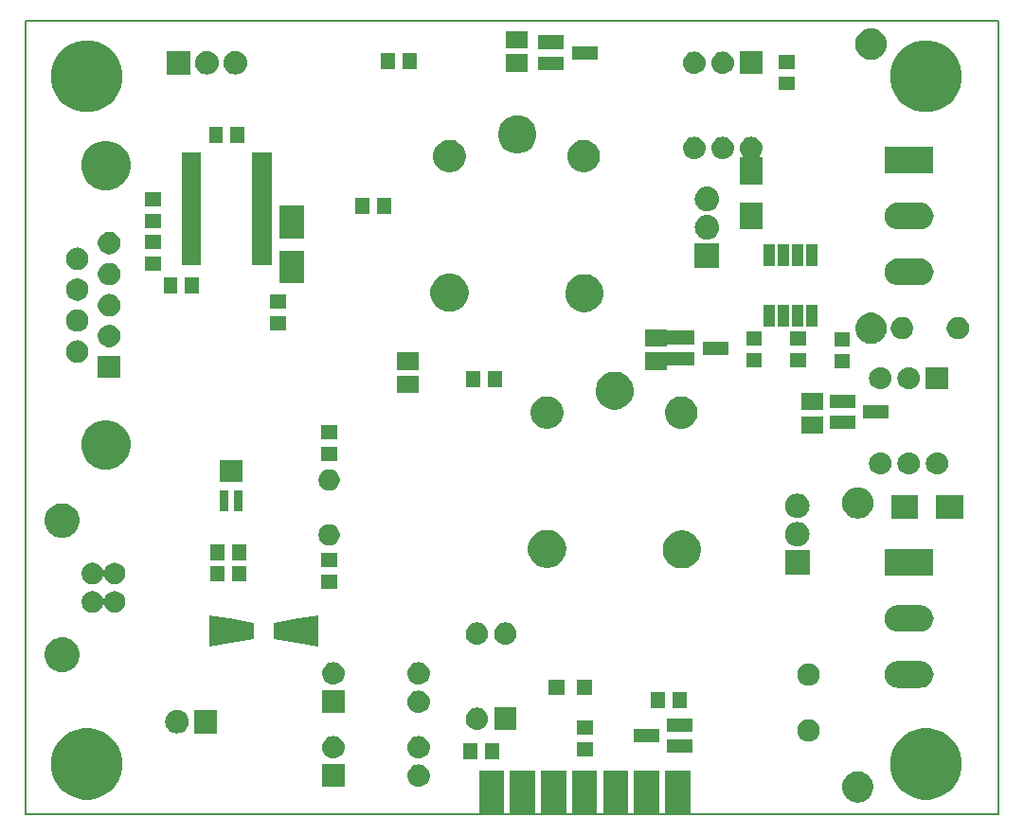
<source format=gbr>
G04 #@! TF.GenerationSoftware,KiCad,Pcbnew,6.0.0-rc1-unknown*
G04 #@! TF.CreationDate,2019-01-01T14:04:30+03:00
G04 #@! TF.ProjectId,socket,736f636b-6574-42e6-9b69-6361645f7063,rev?*
G04 #@! TF.SameCoordinates,Original*
G04 #@! TF.FileFunction,Soldermask,Bot*
G04 #@! TF.FilePolarity,Negative*
%FSLAX46Y46*%
G04 Gerber Fmt 4.6, Leading zero omitted, Abs format (unit mm)*
G04 Created by KiCad (PCBNEW 6.0.0-rc1-unknown) date Вт 01 янв 2019 14:04:30*
%MOMM*%
%LPD*%
G04 APERTURE LIST*
%ADD10C,0.150000*%
%ADD11C,0.100000*%
G04 APERTURE END LIST*
D10*
X125500000Y-93000000D02*
X38500000Y-93000000D01*
X38500000Y-22000000D02*
X125500000Y-22000000D01*
X125500000Y-22000000D02*
X125500000Y-93000000D01*
X38500000Y-22000000D02*
X38500000Y-93000000D01*
D11*
G36*
X81313333Y-92940000D02*
G01*
X79066667Y-92940000D01*
X79066667Y-89060000D01*
X81313333Y-89060000D01*
X81313333Y-92940000D01*
X81313333Y-92940000D01*
G37*
G36*
X95163333Y-92940000D02*
G01*
X92916667Y-92940000D01*
X92916667Y-89060000D01*
X95163333Y-89060000D01*
X95163333Y-92940000D01*
X95163333Y-92940000D01*
G37*
G36*
X97933333Y-92940000D02*
G01*
X95686667Y-92940000D01*
X95686667Y-89060000D01*
X97933333Y-89060000D01*
X97933333Y-92940000D01*
X97933333Y-92940000D01*
G37*
G36*
X92393333Y-92940000D02*
G01*
X90146667Y-92940000D01*
X90146667Y-89060000D01*
X92393333Y-89060000D01*
X92393333Y-92940000D01*
X92393333Y-92940000D01*
G37*
G36*
X86853333Y-92940000D02*
G01*
X84606667Y-92940000D01*
X84606667Y-89060000D01*
X86853333Y-89060000D01*
X86853333Y-92940000D01*
X86853333Y-92940000D01*
G37*
G36*
X84083333Y-92940000D02*
G01*
X81836667Y-92940000D01*
X81836667Y-89060000D01*
X84083333Y-89060000D01*
X84083333Y-92940000D01*
X84083333Y-92940000D01*
G37*
G36*
X89623333Y-92940000D02*
G01*
X87376667Y-92940000D01*
X87376667Y-89060000D01*
X89623333Y-89060000D01*
X89623333Y-92940000D01*
X89623333Y-92940000D01*
G37*
G36*
X113176127Y-89177901D02*
G01*
X113311365Y-89204801D01*
X113566149Y-89310336D01*
X113750334Y-89433405D01*
X113795451Y-89463551D01*
X113990449Y-89658549D01*
X113990451Y-89658552D01*
X114143664Y-89887851D01*
X114196649Y-90015767D01*
X114249199Y-90142636D01*
X114294523Y-90370492D01*
X114303000Y-90413112D01*
X114303000Y-90688888D01*
X114249199Y-90959365D01*
X114143664Y-91214149D01*
X113992489Y-91440397D01*
X113990449Y-91443451D01*
X113795451Y-91638449D01*
X113795448Y-91638451D01*
X113566149Y-91791664D01*
X113311365Y-91897199D01*
X113176126Y-91924100D01*
X113040889Y-91951000D01*
X112765111Y-91951000D01*
X112629874Y-91924100D01*
X112494635Y-91897199D01*
X112239851Y-91791664D01*
X112010552Y-91638451D01*
X112010549Y-91638449D01*
X111815551Y-91443451D01*
X111813511Y-91440397D01*
X111662336Y-91214149D01*
X111556801Y-90959365D01*
X111503000Y-90688888D01*
X111503000Y-90413112D01*
X111511478Y-90370492D01*
X111556801Y-90142636D01*
X111609352Y-90015767D01*
X111662336Y-89887851D01*
X111815549Y-89658552D01*
X111815551Y-89658549D01*
X112010549Y-89463551D01*
X112055666Y-89433405D01*
X112239851Y-89310336D01*
X112494635Y-89204801D01*
X112629874Y-89177900D01*
X112765111Y-89151000D01*
X113040889Y-89151000D01*
X113176127Y-89177901D01*
X113176127Y-89177901D01*
G37*
G36*
X119933405Y-85422974D02*
G01*
X120515767Y-85664196D01*
X121039884Y-86014400D01*
X121485600Y-86460116D01*
X121835804Y-86984233D01*
X122077026Y-87566595D01*
X122200000Y-88184826D01*
X122200000Y-88815174D01*
X122077026Y-89433405D01*
X121835804Y-90015767D01*
X121485600Y-90539884D01*
X121039884Y-90985600D01*
X120515767Y-91335804D01*
X119933405Y-91577026D01*
X119315174Y-91700000D01*
X118684826Y-91700000D01*
X118066595Y-91577026D01*
X117484233Y-91335804D01*
X116960116Y-90985600D01*
X116514400Y-90539884D01*
X116164196Y-90015767D01*
X115922974Y-89433405D01*
X115800000Y-88815174D01*
X115800000Y-88184826D01*
X115922974Y-87566595D01*
X116164196Y-86984233D01*
X116514400Y-86460116D01*
X116960116Y-86014400D01*
X117484233Y-85664196D01*
X118066595Y-85422974D01*
X118684826Y-85300000D01*
X119315174Y-85300000D01*
X119933405Y-85422974D01*
X119933405Y-85422974D01*
G37*
G36*
X44933405Y-85422974D02*
G01*
X45515767Y-85664196D01*
X46039884Y-86014400D01*
X46485600Y-86460116D01*
X46835804Y-86984233D01*
X47077026Y-87566595D01*
X47200000Y-88184826D01*
X47200000Y-88815174D01*
X47077026Y-89433405D01*
X46835804Y-90015767D01*
X46485600Y-90539884D01*
X46039884Y-90985600D01*
X45515767Y-91335804D01*
X44933405Y-91577026D01*
X44315174Y-91700000D01*
X43684826Y-91700000D01*
X43066595Y-91577026D01*
X42484233Y-91335804D01*
X41960116Y-90985600D01*
X41514400Y-90539884D01*
X41164196Y-90015767D01*
X40922974Y-89433405D01*
X40800000Y-88815174D01*
X40800000Y-88184826D01*
X40922974Y-87566595D01*
X41164196Y-86984233D01*
X41514400Y-86460116D01*
X41960116Y-86014400D01*
X42484233Y-85664196D01*
X43066595Y-85422974D01*
X43684826Y-85300000D01*
X44315174Y-85300000D01*
X44933405Y-85422974D01*
X44933405Y-85422974D01*
G37*
G36*
X73856030Y-88549469D02*
G01*
X73856033Y-88549470D01*
X73856034Y-88549470D01*
X74044535Y-88606651D01*
X74044537Y-88606652D01*
X74218260Y-88699509D01*
X74370528Y-88824472D01*
X74495491Y-88976740D01*
X74495492Y-88976742D01*
X74588349Y-89150465D01*
X74636845Y-89310335D01*
X74645531Y-89338970D01*
X74664838Y-89535000D01*
X74645531Y-89731030D01*
X74645530Y-89731033D01*
X74645530Y-89731034D01*
X74597960Y-89887853D01*
X74588348Y-89919537D01*
X74495491Y-90093260D01*
X74370528Y-90245528D01*
X74218260Y-90370491D01*
X74218258Y-90370492D01*
X74044535Y-90463349D01*
X73856034Y-90520530D01*
X73856033Y-90520530D01*
X73856030Y-90520531D01*
X73709124Y-90535000D01*
X73610876Y-90535000D01*
X73463970Y-90520531D01*
X73463967Y-90520530D01*
X73463966Y-90520530D01*
X73275465Y-90463349D01*
X73101742Y-90370492D01*
X73101740Y-90370491D01*
X72949472Y-90245528D01*
X72824509Y-90093260D01*
X72731652Y-89919537D01*
X72722041Y-89887853D01*
X72674470Y-89731034D01*
X72674470Y-89731033D01*
X72674469Y-89731030D01*
X72655162Y-89535000D01*
X72674469Y-89338970D01*
X72683155Y-89310335D01*
X72731651Y-89150465D01*
X72824508Y-88976742D01*
X72824509Y-88976740D01*
X72949472Y-88824472D01*
X73101740Y-88699509D01*
X73275463Y-88606652D01*
X73275465Y-88606651D01*
X73463966Y-88549470D01*
X73463967Y-88549470D01*
X73463970Y-88549469D01*
X73610876Y-88535000D01*
X73709124Y-88535000D01*
X73856030Y-88549469D01*
X73856030Y-88549469D01*
G37*
G36*
X67040000Y-90535000D02*
G01*
X65040000Y-90535000D01*
X65040000Y-88535000D01*
X67040000Y-88535000D01*
X67040000Y-90535000D01*
X67040000Y-90535000D01*
G37*
G36*
X78908000Y-88076000D02*
G01*
X77663000Y-88076000D01*
X77663000Y-86676000D01*
X78908000Y-86676000D01*
X78908000Y-88076000D01*
X78908000Y-88076000D01*
G37*
G36*
X80833000Y-88076000D02*
G01*
X79588000Y-88076000D01*
X79588000Y-86676000D01*
X80833000Y-86676000D01*
X80833000Y-88076000D01*
X80833000Y-88076000D01*
G37*
G36*
X73856030Y-86009469D02*
G01*
X73856033Y-86009470D01*
X73856034Y-86009470D01*
X74044535Y-86066651D01*
X74044537Y-86066652D01*
X74218260Y-86159509D01*
X74370528Y-86284472D01*
X74495491Y-86436740D01*
X74495492Y-86436742D01*
X74588349Y-86610465D01*
X74645530Y-86798966D01*
X74645531Y-86798970D01*
X74664838Y-86995000D01*
X74645531Y-87191030D01*
X74588348Y-87379537D01*
X74495491Y-87553260D01*
X74370528Y-87705528D01*
X74218260Y-87830491D01*
X74218258Y-87830492D01*
X74044535Y-87923349D01*
X73856034Y-87980530D01*
X73856033Y-87980530D01*
X73856030Y-87980531D01*
X73709124Y-87995000D01*
X73610876Y-87995000D01*
X73463970Y-87980531D01*
X73463967Y-87980530D01*
X73463966Y-87980530D01*
X73275465Y-87923349D01*
X73101742Y-87830492D01*
X73101740Y-87830491D01*
X72949472Y-87705528D01*
X72824509Y-87553260D01*
X72731652Y-87379537D01*
X72674469Y-87191030D01*
X72655162Y-86995000D01*
X72674469Y-86798970D01*
X72674470Y-86798966D01*
X72731651Y-86610465D01*
X72824508Y-86436742D01*
X72824509Y-86436740D01*
X72949472Y-86284472D01*
X73101740Y-86159509D01*
X73275463Y-86066652D01*
X73275465Y-86066651D01*
X73463966Y-86009470D01*
X73463967Y-86009470D01*
X73463970Y-86009469D01*
X73610876Y-85995000D01*
X73709124Y-85995000D01*
X73856030Y-86009469D01*
X73856030Y-86009469D01*
G37*
G36*
X66236030Y-86009469D02*
G01*
X66236033Y-86009470D01*
X66236034Y-86009470D01*
X66424535Y-86066651D01*
X66424537Y-86066652D01*
X66598260Y-86159509D01*
X66750528Y-86284472D01*
X66875491Y-86436740D01*
X66875492Y-86436742D01*
X66968349Y-86610465D01*
X67025530Y-86798966D01*
X67025531Y-86798970D01*
X67044838Y-86995000D01*
X67025531Y-87191030D01*
X66968348Y-87379537D01*
X66875491Y-87553260D01*
X66750528Y-87705528D01*
X66598260Y-87830491D01*
X66598258Y-87830492D01*
X66424535Y-87923349D01*
X66236034Y-87980530D01*
X66236033Y-87980530D01*
X66236030Y-87980531D01*
X66089124Y-87995000D01*
X65990876Y-87995000D01*
X65843970Y-87980531D01*
X65843967Y-87980530D01*
X65843966Y-87980530D01*
X65655465Y-87923349D01*
X65481742Y-87830492D01*
X65481740Y-87830491D01*
X65329472Y-87705528D01*
X65204509Y-87553260D01*
X65111652Y-87379537D01*
X65054469Y-87191030D01*
X65035162Y-86995000D01*
X65054469Y-86798970D01*
X65054470Y-86798966D01*
X65111651Y-86610465D01*
X65204508Y-86436742D01*
X65204509Y-86436740D01*
X65329472Y-86284472D01*
X65481740Y-86159509D01*
X65655463Y-86066652D01*
X65655465Y-86066651D01*
X65843966Y-86009470D01*
X65843967Y-86009470D01*
X65843970Y-86009469D01*
X65990876Y-85995000D01*
X66089124Y-85995000D01*
X66236030Y-86009469D01*
X66236030Y-86009469D01*
G37*
G36*
X89219000Y-87818000D02*
G01*
X87819000Y-87818000D01*
X87819000Y-86573000D01*
X89219000Y-86573000D01*
X89219000Y-87818000D01*
X89219000Y-87818000D01*
G37*
G36*
X98154000Y-87529000D02*
G01*
X95854000Y-87529000D01*
X95854000Y-86329000D01*
X98154000Y-86329000D01*
X98154000Y-87529000D01*
X98154000Y-87529000D01*
G37*
G36*
X95154000Y-86579000D02*
G01*
X92854000Y-86579000D01*
X92854000Y-85379000D01*
X95154000Y-85379000D01*
X95154000Y-86579000D01*
X95154000Y-86579000D01*
G37*
G36*
X108675770Y-84515372D02*
G01*
X108791689Y-84538429D01*
X108973678Y-84613811D01*
X109137463Y-84723249D01*
X109276751Y-84862537D01*
X109386189Y-85026322D01*
X109461571Y-85208311D01*
X109479809Y-85300000D01*
X109500000Y-85401507D01*
X109500000Y-85598493D01*
X109486931Y-85664196D01*
X109461571Y-85791689D01*
X109386189Y-85973678D01*
X109276751Y-86137463D01*
X109137463Y-86276751D01*
X108973678Y-86386189D01*
X108791689Y-86461571D01*
X108675770Y-86484628D01*
X108598493Y-86500000D01*
X108401507Y-86500000D01*
X108324230Y-86484628D01*
X108208311Y-86461571D01*
X108026322Y-86386189D01*
X107862537Y-86276751D01*
X107723249Y-86137463D01*
X107613811Y-85973678D01*
X107538429Y-85791689D01*
X107513069Y-85664196D01*
X107500000Y-85598493D01*
X107500000Y-85401507D01*
X107520191Y-85300000D01*
X107538429Y-85208311D01*
X107613811Y-85026322D01*
X107723249Y-84862537D01*
X107862537Y-84723249D01*
X108026322Y-84613811D01*
X108208311Y-84538429D01*
X108324230Y-84515372D01*
X108401507Y-84500000D01*
X108598493Y-84500000D01*
X108675770Y-84515372D01*
X108675770Y-84515372D01*
G37*
G36*
X89219000Y-85893000D02*
G01*
X87819000Y-85893000D01*
X87819000Y-84648000D01*
X89219000Y-84648000D01*
X89219000Y-85893000D01*
X89219000Y-85893000D01*
G37*
G36*
X52198707Y-83666597D02*
G01*
X52275836Y-83674193D01*
X52407787Y-83714220D01*
X52473763Y-83734233D01*
X52656172Y-83831733D01*
X52816054Y-83962946D01*
X52947267Y-84122828D01*
X53044767Y-84305237D01*
X53044767Y-84305238D01*
X53104807Y-84503164D01*
X53125080Y-84709000D01*
X53104807Y-84914836D01*
X53070988Y-85026322D01*
X53044767Y-85112763D01*
X52947267Y-85295172D01*
X52816054Y-85455054D01*
X52656172Y-85586267D01*
X52473763Y-85683767D01*
X52407787Y-85703780D01*
X52275836Y-85743807D01*
X52198707Y-85751403D01*
X52121580Y-85759000D01*
X52018420Y-85759000D01*
X51941293Y-85751403D01*
X51864164Y-85743807D01*
X51732213Y-85703780D01*
X51666237Y-85683767D01*
X51483828Y-85586267D01*
X51323946Y-85455054D01*
X51192733Y-85295172D01*
X51095233Y-85112763D01*
X51069012Y-85026322D01*
X51035193Y-84914836D01*
X51014920Y-84709000D01*
X51035193Y-84503164D01*
X51095233Y-84305238D01*
X51095233Y-84305237D01*
X51192733Y-84122828D01*
X51323946Y-83962946D01*
X51483828Y-83831733D01*
X51666237Y-83734233D01*
X51732213Y-83714220D01*
X51864164Y-83674193D01*
X51941293Y-83666597D01*
X52018420Y-83659000D01*
X52121580Y-83659000D01*
X52198707Y-83666597D01*
X52198707Y-83666597D01*
G37*
G36*
X55660000Y-85759000D02*
G01*
X53560000Y-85759000D01*
X53560000Y-83659000D01*
X55660000Y-83659000D01*
X55660000Y-85759000D01*
X55660000Y-85759000D01*
G37*
G36*
X98154000Y-85629000D02*
G01*
X95854000Y-85629000D01*
X95854000Y-84429000D01*
X98154000Y-84429000D01*
X98154000Y-85629000D01*
X98154000Y-85629000D01*
G37*
G36*
X82407000Y-85455000D02*
G01*
X80407000Y-85455000D01*
X80407000Y-83455000D01*
X82407000Y-83455000D01*
X82407000Y-85455000D01*
X82407000Y-85455000D01*
G37*
G36*
X79063030Y-83469469D02*
G01*
X79063033Y-83469470D01*
X79063034Y-83469470D01*
X79251535Y-83526651D01*
X79251537Y-83526652D01*
X79425260Y-83619509D01*
X79577528Y-83744472D01*
X79702491Y-83896740D01*
X79795348Y-84070463D01*
X79852531Y-84258970D01*
X79871838Y-84455000D01*
X79852531Y-84651030D01*
X79852530Y-84651033D01*
X79852530Y-84651034D01*
X79830623Y-84723253D01*
X79795348Y-84839537D01*
X79702491Y-85013260D01*
X79577528Y-85165528D01*
X79425260Y-85290491D01*
X79251537Y-85383348D01*
X79251535Y-85383349D01*
X79063034Y-85440530D01*
X79063033Y-85440530D01*
X79063030Y-85440531D01*
X78916124Y-85455000D01*
X78817876Y-85455000D01*
X78670970Y-85440531D01*
X78670967Y-85440530D01*
X78670966Y-85440530D01*
X78482465Y-85383349D01*
X78482463Y-85383348D01*
X78308740Y-85290491D01*
X78156472Y-85165528D01*
X78031509Y-85013260D01*
X77938652Y-84839537D01*
X77903378Y-84723253D01*
X77881470Y-84651034D01*
X77881470Y-84651033D01*
X77881469Y-84651030D01*
X77862162Y-84455000D01*
X77881469Y-84258970D01*
X77938652Y-84070463D01*
X78031509Y-83896740D01*
X78156472Y-83744472D01*
X78308740Y-83619509D01*
X78482463Y-83526652D01*
X78482465Y-83526651D01*
X78670966Y-83469470D01*
X78670967Y-83469470D01*
X78670970Y-83469469D01*
X78817876Y-83455000D01*
X78916124Y-83455000D01*
X79063030Y-83469469D01*
X79063030Y-83469469D01*
G37*
G36*
X67040000Y-83931000D02*
G01*
X65040000Y-83931000D01*
X65040000Y-81931000D01*
X67040000Y-81931000D01*
X67040000Y-83931000D01*
X67040000Y-83931000D01*
G37*
G36*
X73856030Y-81945469D02*
G01*
X73856033Y-81945470D01*
X73856034Y-81945470D01*
X74044535Y-82002651D01*
X74044537Y-82002652D01*
X74218260Y-82095509D01*
X74370528Y-82220472D01*
X74495491Y-82372740D01*
X74588348Y-82546463D01*
X74645531Y-82734970D01*
X74664838Y-82931000D01*
X74645531Y-83127030D01*
X74588348Y-83315537D01*
X74495491Y-83489260D01*
X74370528Y-83641528D01*
X74218260Y-83766491D01*
X74218258Y-83766492D01*
X74044535Y-83859349D01*
X73856034Y-83916530D01*
X73856033Y-83916530D01*
X73856030Y-83916531D01*
X73709124Y-83931000D01*
X73610876Y-83931000D01*
X73463970Y-83916531D01*
X73463967Y-83916530D01*
X73463966Y-83916530D01*
X73275465Y-83859349D01*
X73101742Y-83766492D01*
X73101740Y-83766491D01*
X72949472Y-83641528D01*
X72824509Y-83489260D01*
X72731652Y-83315537D01*
X72674469Y-83127030D01*
X72655162Y-82931000D01*
X72674469Y-82734970D01*
X72731652Y-82546463D01*
X72824509Y-82372740D01*
X72949472Y-82220472D01*
X73101740Y-82095509D01*
X73275463Y-82002652D01*
X73275465Y-82002651D01*
X73463966Y-81945470D01*
X73463967Y-81945470D01*
X73463970Y-81945469D01*
X73610876Y-81931000D01*
X73709124Y-81931000D01*
X73856030Y-81945469D01*
X73856030Y-81945469D01*
G37*
G36*
X97597000Y-83504000D02*
G01*
X96352000Y-83504000D01*
X96352000Y-82104000D01*
X97597000Y-82104000D01*
X97597000Y-83504000D01*
X97597000Y-83504000D01*
G37*
G36*
X95672000Y-83504000D02*
G01*
X94427000Y-83504000D01*
X94427000Y-82104000D01*
X95672000Y-82104000D01*
X95672000Y-83504000D01*
X95672000Y-83504000D01*
G37*
G36*
X89199000Y-82361000D02*
G01*
X87799000Y-82361000D01*
X87799000Y-80961000D01*
X89199000Y-80961000D01*
X89199000Y-82361000D01*
X89199000Y-82361000D01*
G37*
G36*
X86699000Y-82361000D02*
G01*
X85299000Y-82361000D01*
X85299000Y-80961000D01*
X86699000Y-80961000D01*
X86699000Y-82361000D01*
X86699000Y-82361000D01*
G37*
G36*
X118583418Y-79313444D02*
G01*
X118723281Y-79327219D01*
X118947596Y-79395265D01*
X119154327Y-79505764D01*
X119335528Y-79654472D01*
X119484236Y-79835673D01*
X119594735Y-80042404D01*
X119662781Y-80266719D01*
X119685757Y-80500000D01*
X119662781Y-80733281D01*
X119594735Y-80957596D01*
X119484236Y-81164327D01*
X119335528Y-81345528D01*
X119154327Y-81494236D01*
X118947596Y-81604735D01*
X118723281Y-81672781D01*
X118583418Y-81686556D01*
X118548453Y-81690000D01*
X116451547Y-81690000D01*
X116416582Y-81686556D01*
X116276719Y-81672781D01*
X116052404Y-81604735D01*
X115845673Y-81494236D01*
X115664472Y-81345528D01*
X115515764Y-81164327D01*
X115405265Y-80957596D01*
X115337219Y-80733281D01*
X115314243Y-80500000D01*
X115337219Y-80266719D01*
X115405265Y-80042404D01*
X115515764Y-79835673D01*
X115664472Y-79654472D01*
X115845673Y-79505764D01*
X116052404Y-79395265D01*
X116276719Y-79327219D01*
X116416582Y-79313444D01*
X116451547Y-79310000D01*
X118548453Y-79310000D01*
X118583418Y-79313444D01*
X118583418Y-79313444D01*
G37*
G36*
X108675770Y-79515372D02*
G01*
X108791689Y-79538429D01*
X108973678Y-79613811D01*
X109137463Y-79723249D01*
X109276751Y-79862537D01*
X109386189Y-80026322D01*
X109461571Y-80208311D01*
X109500000Y-80401509D01*
X109500000Y-80598491D01*
X109461571Y-80791689D01*
X109386189Y-80973678D01*
X109276751Y-81137463D01*
X109137463Y-81276751D01*
X108973678Y-81386189D01*
X108791689Y-81461571D01*
X108675770Y-81484628D01*
X108598493Y-81500000D01*
X108401507Y-81500000D01*
X108324230Y-81484628D01*
X108208311Y-81461571D01*
X108026322Y-81386189D01*
X107862537Y-81276751D01*
X107723249Y-81137463D01*
X107613811Y-80973678D01*
X107538429Y-80791689D01*
X107500000Y-80598491D01*
X107500000Y-80401509D01*
X107538429Y-80208311D01*
X107613811Y-80026322D01*
X107723249Y-79862537D01*
X107862537Y-79723249D01*
X108026322Y-79613811D01*
X108208311Y-79538429D01*
X108324230Y-79515372D01*
X108401507Y-79500000D01*
X108598493Y-79500000D01*
X108675770Y-79515372D01*
X108675770Y-79515372D01*
G37*
G36*
X73856030Y-79405469D02*
G01*
X73856033Y-79405470D01*
X73856034Y-79405470D01*
X74044535Y-79462651D01*
X74044537Y-79462652D01*
X74218260Y-79555509D01*
X74370528Y-79680472D01*
X74495491Y-79832740D01*
X74495492Y-79832742D01*
X74588349Y-80006465D01*
X74594373Y-80026325D01*
X74645531Y-80194970D01*
X74664838Y-80391000D01*
X74645531Y-80587030D01*
X74645530Y-80587033D01*
X74645530Y-80587034D01*
X74601167Y-80733281D01*
X74588348Y-80775537D01*
X74495491Y-80949260D01*
X74370528Y-81101528D01*
X74218260Y-81226491D01*
X74218258Y-81226492D01*
X74044535Y-81319349D01*
X73856034Y-81376530D01*
X73856033Y-81376530D01*
X73856030Y-81376531D01*
X73709124Y-81391000D01*
X73610876Y-81391000D01*
X73463970Y-81376531D01*
X73463967Y-81376530D01*
X73463966Y-81376530D01*
X73275465Y-81319349D01*
X73101742Y-81226492D01*
X73101740Y-81226491D01*
X72949472Y-81101528D01*
X72824509Y-80949260D01*
X72731652Y-80775537D01*
X72718834Y-80733281D01*
X72674470Y-80587034D01*
X72674470Y-80587033D01*
X72674469Y-80587030D01*
X72655162Y-80391000D01*
X72674469Y-80194970D01*
X72725627Y-80026325D01*
X72731651Y-80006465D01*
X72824508Y-79832742D01*
X72824509Y-79832740D01*
X72949472Y-79680472D01*
X73101740Y-79555509D01*
X73275463Y-79462652D01*
X73275465Y-79462651D01*
X73463966Y-79405470D01*
X73463967Y-79405470D01*
X73463970Y-79405469D01*
X73610876Y-79391000D01*
X73709124Y-79391000D01*
X73856030Y-79405469D01*
X73856030Y-79405469D01*
G37*
G36*
X66236030Y-79405469D02*
G01*
X66236033Y-79405470D01*
X66236034Y-79405470D01*
X66424535Y-79462651D01*
X66424537Y-79462652D01*
X66598260Y-79555509D01*
X66750528Y-79680472D01*
X66875491Y-79832740D01*
X66875492Y-79832742D01*
X66968349Y-80006465D01*
X66974373Y-80026325D01*
X67025531Y-80194970D01*
X67044838Y-80391000D01*
X67025531Y-80587030D01*
X67025530Y-80587033D01*
X67025530Y-80587034D01*
X66981167Y-80733281D01*
X66968348Y-80775537D01*
X66875491Y-80949260D01*
X66750528Y-81101528D01*
X66598260Y-81226491D01*
X66598258Y-81226492D01*
X66424535Y-81319349D01*
X66236034Y-81376530D01*
X66236033Y-81376530D01*
X66236030Y-81376531D01*
X66089124Y-81391000D01*
X65990876Y-81391000D01*
X65843970Y-81376531D01*
X65843967Y-81376530D01*
X65843966Y-81376530D01*
X65655465Y-81319349D01*
X65481742Y-81226492D01*
X65481740Y-81226491D01*
X65329472Y-81101528D01*
X65204509Y-80949260D01*
X65111652Y-80775537D01*
X65098834Y-80733281D01*
X65054470Y-80587034D01*
X65054470Y-80587033D01*
X65054469Y-80587030D01*
X65035162Y-80391000D01*
X65054469Y-80194970D01*
X65105627Y-80026325D01*
X65111651Y-80006465D01*
X65204508Y-79832742D01*
X65204509Y-79832740D01*
X65329472Y-79680472D01*
X65481740Y-79555509D01*
X65655463Y-79462652D01*
X65655465Y-79462651D01*
X65843966Y-79405470D01*
X65843967Y-79405470D01*
X65843970Y-79405469D01*
X65990876Y-79391000D01*
X66089124Y-79391000D01*
X66236030Y-79405469D01*
X66236030Y-79405469D01*
G37*
G36*
X42052481Y-77199855D02*
G01*
X42252118Y-77239565D01*
X42399046Y-77300425D01*
X42534201Y-77356408D01*
X42788071Y-77526038D01*
X43003962Y-77741929D01*
X43173592Y-77995799D01*
X43173592Y-77995800D01*
X43290435Y-78277882D01*
X43350000Y-78577338D01*
X43350000Y-78882662D01*
X43290435Y-79182118D01*
X43237464Y-79310000D01*
X43173592Y-79464201D01*
X43003962Y-79718071D01*
X42788071Y-79933962D01*
X42534201Y-80103592D01*
X42440173Y-80142540D01*
X42252118Y-80220435D01*
X42052481Y-80260145D01*
X41952663Y-80280000D01*
X41647337Y-80280000D01*
X41547519Y-80260145D01*
X41347882Y-80220435D01*
X41159827Y-80142540D01*
X41065799Y-80103592D01*
X40811929Y-79933962D01*
X40596038Y-79718071D01*
X40426408Y-79464201D01*
X40362536Y-79310000D01*
X40309565Y-79182118D01*
X40250000Y-78882662D01*
X40250000Y-78577338D01*
X40309565Y-78277882D01*
X40426408Y-77995800D01*
X40426408Y-77995799D01*
X40596038Y-77741929D01*
X40811929Y-77526038D01*
X41065799Y-77356408D01*
X41200954Y-77300425D01*
X41347882Y-77239565D01*
X41547519Y-77199855D01*
X41647337Y-77180000D01*
X41952663Y-77180000D01*
X42052481Y-77199855D01*
X42052481Y-77199855D01*
G37*
G36*
X64717000Y-77967093D02*
G01*
X62717000Y-77633759D01*
X60717000Y-77300426D01*
X60717000Y-75861574D01*
X62886446Y-75500000D01*
X64717000Y-75194907D01*
X64717000Y-77967093D01*
X64717000Y-77967093D01*
G37*
G36*
X56747554Y-75500000D02*
G01*
X58917000Y-75861574D01*
X58917000Y-77300426D01*
X56917000Y-77633759D01*
X54917000Y-77967093D01*
X54917000Y-75194907D01*
X56747554Y-75500000D01*
X56747554Y-75500000D01*
G37*
G36*
X81603030Y-75849469D02*
G01*
X81603033Y-75849470D01*
X81603034Y-75849470D01*
X81791535Y-75906651D01*
X81791537Y-75906652D01*
X81965260Y-75999509D01*
X82117528Y-76124472D01*
X82242491Y-76276740D01*
X82242492Y-76276742D01*
X82335349Y-76450465D01*
X82382146Y-76604734D01*
X82392531Y-76638970D01*
X82411838Y-76835000D01*
X82392531Y-77031030D01*
X82392530Y-77031033D01*
X82392530Y-77031034D01*
X82347342Y-77180000D01*
X82335348Y-77219537D01*
X82242491Y-77393260D01*
X82117528Y-77545528D01*
X81965260Y-77670491D01*
X81965258Y-77670492D01*
X81791535Y-77763349D01*
X81603034Y-77820530D01*
X81603033Y-77820530D01*
X81603030Y-77820531D01*
X81456124Y-77835000D01*
X81357876Y-77835000D01*
X81210970Y-77820531D01*
X81210967Y-77820530D01*
X81210966Y-77820530D01*
X81022465Y-77763349D01*
X80848742Y-77670492D01*
X80848740Y-77670491D01*
X80696472Y-77545528D01*
X80571509Y-77393260D01*
X80478652Y-77219537D01*
X80466659Y-77180000D01*
X80421470Y-77031034D01*
X80421470Y-77031033D01*
X80421469Y-77031030D01*
X80402162Y-76835000D01*
X80421469Y-76638970D01*
X80431854Y-76604734D01*
X80478651Y-76450465D01*
X80571508Y-76276742D01*
X80571509Y-76276740D01*
X80696472Y-76124472D01*
X80848740Y-75999509D01*
X81022463Y-75906652D01*
X81022465Y-75906651D01*
X81210966Y-75849470D01*
X81210967Y-75849470D01*
X81210970Y-75849469D01*
X81357876Y-75835000D01*
X81456124Y-75835000D01*
X81603030Y-75849469D01*
X81603030Y-75849469D01*
G37*
G36*
X79063030Y-75849469D02*
G01*
X79063033Y-75849470D01*
X79063034Y-75849470D01*
X79251535Y-75906651D01*
X79251537Y-75906652D01*
X79425260Y-75999509D01*
X79577528Y-76124472D01*
X79702491Y-76276740D01*
X79702492Y-76276742D01*
X79795349Y-76450465D01*
X79842146Y-76604734D01*
X79852531Y-76638970D01*
X79871838Y-76835000D01*
X79852531Y-77031030D01*
X79852530Y-77031033D01*
X79852530Y-77031034D01*
X79807342Y-77180000D01*
X79795348Y-77219537D01*
X79702491Y-77393260D01*
X79577528Y-77545528D01*
X79425260Y-77670491D01*
X79425258Y-77670492D01*
X79251535Y-77763349D01*
X79063034Y-77820530D01*
X79063033Y-77820530D01*
X79063030Y-77820531D01*
X78916124Y-77835000D01*
X78817876Y-77835000D01*
X78670970Y-77820531D01*
X78670967Y-77820530D01*
X78670966Y-77820530D01*
X78482465Y-77763349D01*
X78308742Y-77670492D01*
X78308740Y-77670491D01*
X78156472Y-77545528D01*
X78031509Y-77393260D01*
X77938652Y-77219537D01*
X77926659Y-77180000D01*
X77881470Y-77031034D01*
X77881470Y-77031033D01*
X77881469Y-77031030D01*
X77862162Y-76835000D01*
X77881469Y-76638970D01*
X77891854Y-76604734D01*
X77938651Y-76450465D01*
X78031508Y-76276742D01*
X78031509Y-76276740D01*
X78156472Y-76124472D01*
X78308740Y-75999509D01*
X78482463Y-75906652D01*
X78482465Y-75906651D01*
X78670966Y-75849470D01*
X78670967Y-75849470D01*
X78670970Y-75849469D01*
X78817876Y-75835000D01*
X78916124Y-75835000D01*
X79063030Y-75849469D01*
X79063030Y-75849469D01*
G37*
G36*
X118583418Y-74313444D02*
G01*
X118723281Y-74327219D01*
X118947596Y-74395265D01*
X119154327Y-74505764D01*
X119335528Y-74654472D01*
X119484236Y-74835673D01*
X119594735Y-75042404D01*
X119662781Y-75266719D01*
X119685757Y-75500000D01*
X119662781Y-75733281D01*
X119594735Y-75957596D01*
X119484236Y-76164327D01*
X119335528Y-76345528D01*
X119154327Y-76494236D01*
X118947596Y-76604735D01*
X118723281Y-76672781D01*
X118583418Y-76686556D01*
X118548453Y-76690000D01*
X116451547Y-76690000D01*
X116416582Y-76686556D01*
X116276719Y-76672781D01*
X116052404Y-76604735D01*
X115845673Y-76494236D01*
X115664472Y-76345528D01*
X115515764Y-76164327D01*
X115405265Y-75957596D01*
X115337219Y-75733281D01*
X115314243Y-75500000D01*
X115337219Y-75266719D01*
X115405265Y-75042404D01*
X115515764Y-74835673D01*
X115664472Y-74654472D01*
X115845673Y-74505764D01*
X116052404Y-74395265D01*
X116276719Y-74327219D01*
X116416582Y-74313444D01*
X116451547Y-74310000D01*
X118548453Y-74310000D01*
X118583418Y-74313444D01*
X118583418Y-74313444D01*
G37*
G36*
X44687287Y-73058446D02*
G01*
X44780022Y-73076892D01*
X44954731Y-73149259D01*
X45109872Y-73252921D01*
X45111967Y-73254321D01*
X45245679Y-73388033D01*
X45350742Y-73545271D01*
X45384515Y-73626806D01*
X45396066Y-73648417D01*
X45411612Y-73667359D01*
X45430554Y-73682905D01*
X45452165Y-73694456D01*
X45475614Y-73701569D01*
X45500000Y-73703971D01*
X45524386Y-73701569D01*
X45547835Y-73694456D01*
X45569446Y-73682905D01*
X45588388Y-73667359D01*
X45603934Y-73648417D01*
X45615485Y-73626806D01*
X45649258Y-73545271D01*
X45754321Y-73388033D01*
X45888033Y-73254321D01*
X45890128Y-73252921D01*
X46045269Y-73149259D01*
X46219978Y-73076892D01*
X46312713Y-73058446D01*
X46405447Y-73040000D01*
X46594553Y-73040000D01*
X46687287Y-73058446D01*
X46780022Y-73076892D01*
X46954731Y-73149259D01*
X47109872Y-73252921D01*
X47111967Y-73254321D01*
X47245679Y-73388033D01*
X47245681Y-73388036D01*
X47350741Y-73545269D01*
X47423108Y-73719978D01*
X47460000Y-73905448D01*
X47460000Y-74094552D01*
X47423108Y-74280022D01*
X47407752Y-74317095D01*
X47350742Y-74454729D01*
X47245679Y-74611967D01*
X47111967Y-74745679D01*
X47111964Y-74745681D01*
X46954731Y-74850741D01*
X46780022Y-74923108D01*
X46687287Y-74941554D01*
X46594553Y-74960000D01*
X46405447Y-74960000D01*
X46312713Y-74941554D01*
X46219978Y-74923108D01*
X46045269Y-74850741D01*
X45888036Y-74745681D01*
X45888033Y-74745679D01*
X45754321Y-74611967D01*
X45649258Y-74454729D01*
X45615485Y-74373194D01*
X45603934Y-74351583D01*
X45588388Y-74332641D01*
X45569446Y-74317095D01*
X45547835Y-74305544D01*
X45524386Y-74298431D01*
X45500000Y-74296029D01*
X45475614Y-74298431D01*
X45452165Y-74305544D01*
X45430554Y-74317095D01*
X45411612Y-74332641D01*
X45396066Y-74351583D01*
X45384515Y-74373194D01*
X45350742Y-74454729D01*
X45245679Y-74611967D01*
X45111967Y-74745679D01*
X45111964Y-74745681D01*
X44954731Y-74850741D01*
X44780022Y-74923108D01*
X44687287Y-74941554D01*
X44594553Y-74960000D01*
X44405447Y-74960000D01*
X44312713Y-74941554D01*
X44219978Y-74923108D01*
X44045269Y-74850741D01*
X43888036Y-74745681D01*
X43888033Y-74745679D01*
X43754321Y-74611967D01*
X43649258Y-74454729D01*
X43592248Y-74317095D01*
X43576892Y-74280022D01*
X43540000Y-74094552D01*
X43540000Y-73905448D01*
X43576892Y-73719978D01*
X43649259Y-73545269D01*
X43754319Y-73388036D01*
X43754321Y-73388033D01*
X43888033Y-73254321D01*
X43890128Y-73252921D01*
X44045269Y-73149259D01*
X44219978Y-73076892D01*
X44312713Y-73058446D01*
X44405447Y-73040000D01*
X44594553Y-73040000D01*
X44687287Y-73058446D01*
X44687287Y-73058446D01*
G37*
G36*
X66359000Y-72832000D02*
G01*
X64959000Y-72832000D01*
X64959000Y-71587000D01*
X66359000Y-71587000D01*
X66359000Y-72832000D01*
X66359000Y-72832000D01*
G37*
G36*
X44687287Y-70518446D02*
G01*
X44780022Y-70536892D01*
X44954731Y-70609259D01*
X45109872Y-70712921D01*
X45111967Y-70714321D01*
X45245679Y-70848033D01*
X45245681Y-70848036D01*
X45325839Y-70968000D01*
X45350742Y-71005271D01*
X45384515Y-71086806D01*
X45396066Y-71108417D01*
X45411612Y-71127359D01*
X45430554Y-71142905D01*
X45452165Y-71154456D01*
X45475614Y-71161569D01*
X45500000Y-71163971D01*
X45524386Y-71161569D01*
X45547835Y-71154456D01*
X45569446Y-71142905D01*
X45588388Y-71127359D01*
X45603934Y-71108417D01*
X45615485Y-71086806D01*
X45649258Y-71005271D01*
X45674162Y-70968000D01*
X45754319Y-70848036D01*
X45754321Y-70848033D01*
X45888033Y-70714321D01*
X45890128Y-70712921D01*
X46045269Y-70609259D01*
X46219978Y-70536892D01*
X46312713Y-70518446D01*
X46405447Y-70500000D01*
X46594553Y-70500000D01*
X46687287Y-70518446D01*
X46780022Y-70536892D01*
X46954731Y-70609259D01*
X47109872Y-70712921D01*
X47111967Y-70714321D01*
X47245679Y-70848033D01*
X47245681Y-70848036D01*
X47350741Y-71005269D01*
X47423108Y-71179978D01*
X47460000Y-71365448D01*
X47460000Y-71554552D01*
X47423108Y-71740022D01*
X47412536Y-71765544D01*
X47350742Y-71914729D01*
X47245679Y-72071967D01*
X47111967Y-72205679D01*
X47111964Y-72205681D01*
X46954731Y-72310741D01*
X46780022Y-72383108D01*
X46687287Y-72401554D01*
X46594553Y-72420000D01*
X46405447Y-72420000D01*
X46312713Y-72401554D01*
X46219978Y-72383108D01*
X46045269Y-72310741D01*
X45888036Y-72205681D01*
X45888033Y-72205679D01*
X45754321Y-72071967D01*
X45649258Y-71914729D01*
X45615485Y-71833194D01*
X45603934Y-71811583D01*
X45588388Y-71792641D01*
X45569446Y-71777095D01*
X45547835Y-71765544D01*
X45524386Y-71758431D01*
X45500000Y-71756029D01*
X45475614Y-71758431D01*
X45452165Y-71765544D01*
X45430554Y-71777095D01*
X45411612Y-71792641D01*
X45396066Y-71811583D01*
X45384515Y-71833194D01*
X45350742Y-71914729D01*
X45245679Y-72071967D01*
X45111967Y-72205679D01*
X45111964Y-72205681D01*
X44954731Y-72310741D01*
X44780022Y-72383108D01*
X44687287Y-72401554D01*
X44594553Y-72420000D01*
X44405447Y-72420000D01*
X44312713Y-72401554D01*
X44219978Y-72383108D01*
X44045269Y-72310741D01*
X43888036Y-72205681D01*
X43888033Y-72205679D01*
X43754321Y-72071967D01*
X43649258Y-71914729D01*
X43587464Y-71765544D01*
X43576892Y-71740022D01*
X43540000Y-71554552D01*
X43540000Y-71365448D01*
X43576892Y-71179978D01*
X43649259Y-71005269D01*
X43754319Y-70848036D01*
X43754321Y-70848033D01*
X43888033Y-70714321D01*
X43890128Y-70712921D01*
X44045269Y-70609259D01*
X44219978Y-70536892D01*
X44312713Y-70518446D01*
X44405447Y-70500000D01*
X44594553Y-70500000D01*
X44687287Y-70518446D01*
X44687287Y-70518446D01*
G37*
G36*
X58227000Y-72201000D02*
G01*
X56982000Y-72201000D01*
X56982000Y-70801000D01*
X58227000Y-70801000D01*
X58227000Y-72201000D01*
X58227000Y-72201000D01*
G37*
G36*
X56302000Y-72201000D02*
G01*
X55057000Y-72201000D01*
X55057000Y-70801000D01*
X56302000Y-70801000D01*
X56302000Y-72201000D01*
X56302000Y-72201000D01*
G37*
G36*
X119680000Y-71690000D02*
G01*
X115320000Y-71690000D01*
X115320000Y-69310000D01*
X119680000Y-69310000D01*
X119680000Y-71690000D01*
X119680000Y-71690000D01*
G37*
G36*
X108600000Y-71600000D02*
G01*
X106400000Y-71600000D01*
X106400000Y-69400000D01*
X108600000Y-69400000D01*
X108600000Y-71600000D01*
X108600000Y-71600000D01*
G37*
G36*
X97572393Y-67661553D02*
G01*
X97681872Y-67683330D01*
X97991252Y-67811479D01*
X98269687Y-67997523D01*
X98506477Y-68234313D01*
X98692521Y-68512748D01*
X98820670Y-68822128D01*
X98824400Y-68840879D01*
X98876055Y-69100565D01*
X98886000Y-69150565D01*
X98886000Y-69485435D01*
X98820670Y-69813872D01*
X98692521Y-70123252D01*
X98506477Y-70401687D01*
X98269687Y-70638477D01*
X97991252Y-70824521D01*
X97681872Y-70952670D01*
X97572393Y-70974447D01*
X97353437Y-71018000D01*
X97018563Y-71018000D01*
X96799607Y-70974447D01*
X96690128Y-70952670D01*
X96380748Y-70824521D01*
X96102313Y-70638477D01*
X95865523Y-70401687D01*
X95679479Y-70123252D01*
X95551330Y-69813872D01*
X95486000Y-69485435D01*
X95486000Y-69150565D01*
X95495946Y-69100565D01*
X95547600Y-68840879D01*
X95551330Y-68822128D01*
X95679479Y-68512748D01*
X95865523Y-68234313D01*
X96102313Y-67997523D01*
X96380748Y-67811479D01*
X96690128Y-67683330D01*
X96799607Y-67661553D01*
X97018563Y-67618000D01*
X97353437Y-67618000D01*
X97572393Y-67661553D01*
X97572393Y-67661553D01*
G37*
G36*
X85522393Y-67611553D02*
G01*
X85631872Y-67633330D01*
X85941252Y-67761479D01*
X86219687Y-67947523D01*
X86456477Y-68184313D01*
X86642521Y-68462748D01*
X86770670Y-68772128D01*
X86780616Y-68822129D01*
X86836000Y-69100563D01*
X86836000Y-69435437D01*
X86826054Y-69485437D01*
X86770670Y-69763872D01*
X86642521Y-70073252D01*
X86456477Y-70351687D01*
X86219687Y-70588477D01*
X85941252Y-70774521D01*
X85631872Y-70902670D01*
X85522393Y-70924447D01*
X85303437Y-70968000D01*
X84968563Y-70968000D01*
X84749607Y-70924447D01*
X84640128Y-70902670D01*
X84330748Y-70774521D01*
X84052313Y-70588477D01*
X83815523Y-70351687D01*
X83629479Y-70073252D01*
X83501330Y-69763872D01*
X83445946Y-69485437D01*
X83436000Y-69435437D01*
X83436000Y-69100563D01*
X83491384Y-68822129D01*
X83501330Y-68772128D01*
X83629479Y-68462748D01*
X83815523Y-68184313D01*
X84052313Y-67947523D01*
X84330748Y-67761479D01*
X84640128Y-67633330D01*
X84749607Y-67611553D01*
X84968563Y-67568000D01*
X85303437Y-67568000D01*
X85522393Y-67611553D01*
X85522393Y-67611553D01*
G37*
G36*
X66359000Y-70907000D02*
G01*
X64959000Y-70907000D01*
X64959000Y-69662000D01*
X66359000Y-69662000D01*
X66359000Y-70907000D01*
X66359000Y-70907000D01*
G37*
G36*
X58227000Y-70296000D02*
G01*
X56982000Y-70296000D01*
X56982000Y-68896000D01*
X58227000Y-68896000D01*
X58227000Y-70296000D01*
X58227000Y-70296000D01*
G37*
G36*
X56302000Y-70296000D02*
G01*
X55057000Y-70296000D01*
X55057000Y-68896000D01*
X56302000Y-68896000D01*
X56302000Y-70296000D01*
X56302000Y-70296000D01*
G37*
G36*
X107715639Y-66875916D02*
G01*
X107922986Y-66938815D01*
X107922988Y-66938816D01*
X108114084Y-67040958D01*
X108281581Y-67178419D01*
X108419042Y-67345916D01*
X108482266Y-67464201D01*
X108521185Y-67537014D01*
X108584084Y-67744361D01*
X108605322Y-67960000D01*
X108584084Y-68175639D01*
X108566286Y-68234311D01*
X108521184Y-68382988D01*
X108419042Y-68574084D01*
X108281581Y-68741581D01*
X108114084Y-68879042D01*
X107922988Y-68981184D01*
X107922986Y-68981185D01*
X107715639Y-69044084D01*
X107554038Y-69060000D01*
X107445962Y-69060000D01*
X107284361Y-69044084D01*
X107077014Y-68981185D01*
X107077012Y-68981184D01*
X106885916Y-68879042D01*
X106718419Y-68741581D01*
X106580958Y-68574084D01*
X106478816Y-68382988D01*
X106433715Y-68234311D01*
X106415916Y-68175639D01*
X106394678Y-67960000D01*
X106415916Y-67744361D01*
X106478815Y-67537014D01*
X106517734Y-67464201D01*
X106580958Y-67345916D01*
X106718419Y-67178419D01*
X106885916Y-67040958D01*
X107077012Y-66938816D01*
X107077014Y-66938815D01*
X107284361Y-66875916D01*
X107445962Y-66860000D01*
X107554038Y-66860000D01*
X107715639Y-66875916D01*
X107715639Y-66875916D01*
G37*
G36*
X65798451Y-67058127D02*
G01*
X65936105Y-67085508D01*
X66108994Y-67157121D01*
X66264590Y-67261087D01*
X66396913Y-67393410D01*
X66500879Y-67549006D01*
X66572492Y-67721895D01*
X66609000Y-67905433D01*
X66609000Y-68092567D01*
X66572492Y-68276105D01*
X66500879Y-68448994D01*
X66396913Y-68604590D01*
X66264590Y-68736913D01*
X66108994Y-68840879D01*
X65936105Y-68912492D01*
X65798452Y-68939873D01*
X65752568Y-68949000D01*
X65565432Y-68949000D01*
X65519548Y-68939873D01*
X65381895Y-68912492D01*
X65209006Y-68840879D01*
X65053410Y-68736913D01*
X64921087Y-68604590D01*
X64817121Y-68448994D01*
X64745508Y-68276105D01*
X64709000Y-68092567D01*
X64709000Y-67905433D01*
X64745508Y-67721895D01*
X64817121Y-67549006D01*
X64921087Y-67393410D01*
X65053410Y-67261087D01*
X65209006Y-67157121D01*
X65381895Y-67085508D01*
X65519549Y-67058127D01*
X65565432Y-67049000D01*
X65752568Y-67049000D01*
X65798451Y-67058127D01*
X65798451Y-67058127D01*
G37*
G36*
X42052481Y-65199855D02*
G01*
X42252118Y-65239565D01*
X42440173Y-65317460D01*
X42534201Y-65356408D01*
X42788071Y-65526038D01*
X43003962Y-65741929D01*
X43173592Y-65995799D01*
X43173592Y-65995800D01*
X43290435Y-66277882D01*
X43350000Y-66577338D01*
X43350000Y-66882662D01*
X43290435Y-67182118D01*
X43222587Y-67345916D01*
X43173592Y-67464201D01*
X43003962Y-67718071D01*
X42788071Y-67933962D01*
X42534201Y-68103592D01*
X42440173Y-68142540D01*
X42252118Y-68220435D01*
X42052481Y-68260145D01*
X41952663Y-68280000D01*
X41647337Y-68280000D01*
X41547519Y-68260145D01*
X41347882Y-68220435D01*
X41159827Y-68142540D01*
X41065799Y-68103592D01*
X40811929Y-67933962D01*
X40596038Y-67718071D01*
X40426408Y-67464201D01*
X40377413Y-67345916D01*
X40309565Y-67182118D01*
X40250000Y-66882662D01*
X40250000Y-66577338D01*
X40309565Y-66277882D01*
X40426408Y-65995800D01*
X40426408Y-65995799D01*
X40596038Y-65741929D01*
X40811929Y-65526038D01*
X41065799Y-65356408D01*
X41159827Y-65317460D01*
X41347882Y-65239565D01*
X41547519Y-65199855D01*
X41647337Y-65180000D01*
X41952663Y-65180000D01*
X42052481Y-65199855D01*
X42052481Y-65199855D01*
G37*
G36*
X122326000Y-66582000D02*
G01*
X119926000Y-66582000D01*
X119926000Y-64482000D01*
X122326000Y-64482000D01*
X122326000Y-66582000D01*
X122326000Y-66582000D01*
G37*
G36*
X118326000Y-66582000D02*
G01*
X115926000Y-66582000D01*
X115926000Y-64482000D01*
X118326000Y-64482000D01*
X118326000Y-66582000D01*
X118326000Y-66582000D01*
G37*
G36*
X113177448Y-63771257D02*
G01*
X113441349Y-63851310D01*
X113684562Y-63981310D01*
X113897739Y-64156261D01*
X114072690Y-64369438D01*
X114202690Y-64612651D01*
X114282743Y-64876552D01*
X114309774Y-65151000D01*
X114282743Y-65425448D01*
X114202690Y-65689349D01*
X114072690Y-65932562D01*
X113897739Y-66145739D01*
X113684562Y-66320690D01*
X113441349Y-66450690D01*
X113177448Y-66530743D01*
X112971777Y-66551000D01*
X112834223Y-66551000D01*
X112628552Y-66530743D01*
X112364651Y-66450690D01*
X112121438Y-66320690D01*
X111908261Y-66145739D01*
X111733310Y-65932562D01*
X111603310Y-65689349D01*
X111523257Y-65425448D01*
X111496226Y-65151000D01*
X111523257Y-64876552D01*
X111603310Y-64612651D01*
X111733310Y-64369438D01*
X111908261Y-64156261D01*
X112121438Y-63981310D01*
X112364651Y-63851310D01*
X112628552Y-63771257D01*
X112834223Y-63751000D01*
X112971777Y-63751000D01*
X113177448Y-63771257D01*
X113177448Y-63771257D01*
G37*
G36*
X107715639Y-64335916D02*
G01*
X107922986Y-64398815D01*
X107922988Y-64398816D01*
X108114084Y-64500958D01*
X108281581Y-64638419D01*
X108419042Y-64805916D01*
X108456797Y-64876552D01*
X108521185Y-64997014D01*
X108584084Y-65204361D01*
X108605322Y-65420000D01*
X108584084Y-65635639D01*
X108551841Y-65741929D01*
X108521184Y-65842988D01*
X108419042Y-66034084D01*
X108281581Y-66201581D01*
X108114084Y-66339042D01*
X107922988Y-66441184D01*
X107922986Y-66441185D01*
X107715639Y-66504084D01*
X107554038Y-66520000D01*
X107445962Y-66520000D01*
X107284361Y-66504084D01*
X107077014Y-66441185D01*
X107077012Y-66441184D01*
X106885916Y-66339042D01*
X106718419Y-66201581D01*
X106580958Y-66034084D01*
X106478816Y-65842988D01*
X106448160Y-65741929D01*
X106415916Y-65635639D01*
X106394678Y-65420000D01*
X106415916Y-65204361D01*
X106478815Y-64997014D01*
X106543203Y-64876552D01*
X106580958Y-64805916D01*
X106718419Y-64638419D01*
X106885916Y-64500958D01*
X107077012Y-64398816D01*
X107077014Y-64398815D01*
X107284361Y-64335916D01*
X107445962Y-64320000D01*
X107554038Y-64320000D01*
X107715639Y-64335916D01*
X107715639Y-64335916D01*
G37*
G36*
X56646000Y-65907000D02*
G01*
X55846000Y-65907000D01*
X55846000Y-64007000D01*
X56646000Y-64007000D01*
X56646000Y-65907000D01*
X56646000Y-65907000D01*
G37*
G36*
X57946000Y-65907000D02*
G01*
X57146000Y-65907000D01*
X57146000Y-64007000D01*
X57946000Y-64007000D01*
X57946000Y-65907000D01*
X57946000Y-65907000D01*
G37*
G36*
X65798452Y-62178127D02*
G01*
X65936105Y-62205508D01*
X66108994Y-62277121D01*
X66264590Y-62381087D01*
X66396913Y-62513410D01*
X66500879Y-62669006D01*
X66572492Y-62841895D01*
X66609000Y-63025433D01*
X66609000Y-63212567D01*
X66572492Y-63396105D01*
X66500879Y-63568994D01*
X66396913Y-63724590D01*
X66264590Y-63856913D01*
X66108994Y-63960879D01*
X65936105Y-64032492D01*
X65798451Y-64059873D01*
X65752568Y-64069000D01*
X65565432Y-64069000D01*
X65519549Y-64059873D01*
X65381895Y-64032492D01*
X65209006Y-63960879D01*
X65053410Y-63856913D01*
X64921087Y-63724590D01*
X64817121Y-63568994D01*
X64745508Y-63396105D01*
X64709000Y-63212567D01*
X64709000Y-63025433D01*
X64745508Y-62841895D01*
X64817121Y-62669006D01*
X64921087Y-62513410D01*
X65053410Y-62381087D01*
X65209006Y-62277121D01*
X65381895Y-62205508D01*
X65519548Y-62178127D01*
X65565432Y-62169000D01*
X65752568Y-62169000D01*
X65798452Y-62178127D01*
X65798452Y-62178127D01*
G37*
G36*
X57946000Y-63247000D02*
G01*
X55846000Y-63247000D01*
X55846000Y-61347000D01*
X57946000Y-61347000D01*
X57946000Y-63247000D01*
X57946000Y-63247000D01*
G37*
G36*
X120196030Y-60634469D02*
G01*
X120196033Y-60634470D01*
X120196034Y-60634470D01*
X120384535Y-60691651D01*
X120384537Y-60691652D01*
X120558260Y-60784509D01*
X120710528Y-60909472D01*
X120835491Y-61061740D01*
X120835492Y-61061742D01*
X120928349Y-61235465D01*
X120985530Y-61423966D01*
X120985531Y-61423970D01*
X121004838Y-61620000D01*
X120985531Y-61816030D01*
X120985530Y-61816033D01*
X120985530Y-61816034D01*
X120957143Y-61909615D01*
X120928348Y-62004537D01*
X120835491Y-62178260D01*
X120710528Y-62330528D01*
X120558260Y-62455491D01*
X120558258Y-62455492D01*
X120384535Y-62548349D01*
X120196034Y-62605530D01*
X120196033Y-62605530D01*
X120196030Y-62605531D01*
X120049124Y-62620000D01*
X119950876Y-62620000D01*
X119803970Y-62605531D01*
X119803967Y-62605530D01*
X119803966Y-62605530D01*
X119615465Y-62548349D01*
X119441742Y-62455492D01*
X119441740Y-62455491D01*
X119289472Y-62330528D01*
X119164509Y-62178260D01*
X119071652Y-62004537D01*
X119042858Y-61909615D01*
X119014470Y-61816034D01*
X119014470Y-61816033D01*
X119014469Y-61816030D01*
X118995162Y-61620000D01*
X119014469Y-61423970D01*
X119014470Y-61423966D01*
X119071651Y-61235465D01*
X119164508Y-61061742D01*
X119164509Y-61061740D01*
X119289472Y-60909472D01*
X119441740Y-60784509D01*
X119615463Y-60691652D01*
X119615465Y-60691651D01*
X119803966Y-60634470D01*
X119803967Y-60634470D01*
X119803970Y-60634469D01*
X119950876Y-60620000D01*
X120049124Y-60620000D01*
X120196030Y-60634469D01*
X120196030Y-60634469D01*
G37*
G36*
X117656030Y-60634469D02*
G01*
X117656033Y-60634470D01*
X117656034Y-60634470D01*
X117844535Y-60691651D01*
X117844537Y-60691652D01*
X118018260Y-60784509D01*
X118170528Y-60909472D01*
X118295491Y-61061740D01*
X118295492Y-61061742D01*
X118388349Y-61235465D01*
X118445530Y-61423966D01*
X118445531Y-61423970D01*
X118464838Y-61620000D01*
X118445531Y-61816030D01*
X118445530Y-61816033D01*
X118445530Y-61816034D01*
X118417143Y-61909615D01*
X118388348Y-62004537D01*
X118295491Y-62178260D01*
X118170528Y-62330528D01*
X118018260Y-62455491D01*
X118018258Y-62455492D01*
X117844535Y-62548349D01*
X117656034Y-62605530D01*
X117656033Y-62605530D01*
X117656030Y-62605531D01*
X117509124Y-62620000D01*
X117410876Y-62620000D01*
X117263970Y-62605531D01*
X117263967Y-62605530D01*
X117263966Y-62605530D01*
X117075465Y-62548349D01*
X116901742Y-62455492D01*
X116901740Y-62455491D01*
X116749472Y-62330528D01*
X116624509Y-62178260D01*
X116531652Y-62004537D01*
X116502858Y-61909615D01*
X116474470Y-61816034D01*
X116474470Y-61816033D01*
X116474469Y-61816030D01*
X116455162Y-61620000D01*
X116474469Y-61423970D01*
X116474470Y-61423966D01*
X116531651Y-61235465D01*
X116624508Y-61061742D01*
X116624509Y-61061740D01*
X116749472Y-60909472D01*
X116901740Y-60784509D01*
X117075463Y-60691652D01*
X117075465Y-60691651D01*
X117263966Y-60634470D01*
X117263967Y-60634470D01*
X117263970Y-60634469D01*
X117410876Y-60620000D01*
X117509124Y-60620000D01*
X117656030Y-60634469D01*
X117656030Y-60634469D01*
G37*
G36*
X115116030Y-60634469D02*
G01*
X115116033Y-60634470D01*
X115116034Y-60634470D01*
X115304535Y-60691651D01*
X115304537Y-60691652D01*
X115478260Y-60784509D01*
X115630528Y-60909472D01*
X115755491Y-61061740D01*
X115755492Y-61061742D01*
X115848349Y-61235465D01*
X115905530Y-61423966D01*
X115905531Y-61423970D01*
X115924838Y-61620000D01*
X115905531Y-61816030D01*
X115905530Y-61816033D01*
X115905530Y-61816034D01*
X115877143Y-61909615D01*
X115848348Y-62004537D01*
X115755491Y-62178260D01*
X115630528Y-62330528D01*
X115478260Y-62455491D01*
X115478258Y-62455492D01*
X115304535Y-62548349D01*
X115116034Y-62605530D01*
X115116033Y-62605530D01*
X115116030Y-62605531D01*
X114969124Y-62620000D01*
X114870876Y-62620000D01*
X114723970Y-62605531D01*
X114723967Y-62605530D01*
X114723966Y-62605530D01*
X114535465Y-62548349D01*
X114361742Y-62455492D01*
X114361740Y-62455491D01*
X114209472Y-62330528D01*
X114084509Y-62178260D01*
X113991652Y-62004537D01*
X113962858Y-61909615D01*
X113934470Y-61816034D01*
X113934470Y-61816033D01*
X113934469Y-61816030D01*
X113915162Y-61620000D01*
X113934469Y-61423970D01*
X113934470Y-61423966D01*
X113991651Y-61235465D01*
X114084508Y-61061742D01*
X114084509Y-61061740D01*
X114209472Y-60909472D01*
X114361740Y-60784509D01*
X114535463Y-60691652D01*
X114535465Y-60691651D01*
X114723966Y-60634470D01*
X114723967Y-60634470D01*
X114723970Y-60634469D01*
X114870876Y-60620000D01*
X114969124Y-60620000D01*
X115116030Y-60634469D01*
X115116030Y-60634469D01*
G37*
G36*
X46341716Y-57844544D02*
G01*
X46742090Y-58010384D01*
X47102421Y-58251150D01*
X47408850Y-58557579D01*
X47649616Y-58917910D01*
X47815456Y-59318284D01*
X47900000Y-59743317D01*
X47900000Y-60176683D01*
X47815456Y-60601716D01*
X47649616Y-61002090D01*
X47408850Y-61362421D01*
X47102421Y-61668850D01*
X46742090Y-61909616D01*
X46341716Y-62075456D01*
X45916683Y-62160000D01*
X45483317Y-62160000D01*
X45058284Y-62075456D01*
X44657910Y-61909616D01*
X44297579Y-61668850D01*
X43991150Y-61362421D01*
X43750384Y-61002090D01*
X43584544Y-60601716D01*
X43500000Y-60176683D01*
X43500000Y-59743317D01*
X43584544Y-59318284D01*
X43750384Y-58917910D01*
X43991150Y-58557579D01*
X44297579Y-58251150D01*
X44657910Y-58010384D01*
X45058284Y-57844544D01*
X45483317Y-57760000D01*
X45916683Y-57760000D01*
X46341716Y-57844544D01*
X46341716Y-57844544D01*
G37*
G36*
X66359000Y-61402000D02*
G01*
X64959000Y-61402000D01*
X64959000Y-60157000D01*
X66359000Y-60157000D01*
X66359000Y-61402000D01*
X66359000Y-61402000D01*
G37*
G36*
X66359000Y-59477000D02*
G01*
X64959000Y-59477000D01*
X64959000Y-58232000D01*
X66359000Y-58232000D01*
X66359000Y-59477000D01*
X66359000Y-59477000D01*
G37*
G36*
X109789000Y-58965000D02*
G01*
X107889000Y-58965000D01*
X107889000Y-57420000D01*
X109789000Y-57420000D01*
X109789000Y-58965000D01*
X109789000Y-58965000D01*
G37*
G36*
X112680000Y-58573000D02*
G01*
X110380000Y-58573000D01*
X110380000Y-57373000D01*
X112680000Y-57373000D01*
X112680000Y-58573000D01*
X112680000Y-58573000D01*
G37*
G36*
X85558947Y-55673722D02*
G01*
X85822833Y-55783027D01*
X86060324Y-55941713D01*
X86262287Y-56143676D01*
X86420973Y-56381167D01*
X86530278Y-56645053D01*
X86586000Y-56925186D01*
X86586000Y-57210814D01*
X86530278Y-57490947D01*
X86420973Y-57754833D01*
X86262287Y-57992324D01*
X86060324Y-58194287D01*
X85822833Y-58352973D01*
X85558947Y-58462278D01*
X85278814Y-58518000D01*
X84993186Y-58518000D01*
X84713053Y-58462278D01*
X84449167Y-58352973D01*
X84211676Y-58194287D01*
X84009713Y-57992324D01*
X83851027Y-57754833D01*
X83741722Y-57490947D01*
X83686000Y-57210814D01*
X83686000Y-56925186D01*
X83741722Y-56645053D01*
X83851027Y-56381167D01*
X84009713Y-56143676D01*
X84211676Y-55941713D01*
X84449167Y-55783027D01*
X84713053Y-55673722D01*
X84993186Y-55618000D01*
X85278814Y-55618000D01*
X85558947Y-55673722D01*
X85558947Y-55673722D01*
G37*
G36*
X97558947Y-55673722D02*
G01*
X97822833Y-55783027D01*
X98060324Y-55941713D01*
X98262287Y-56143676D01*
X98420973Y-56381167D01*
X98530278Y-56645053D01*
X98586000Y-56925186D01*
X98586000Y-57210814D01*
X98530278Y-57490947D01*
X98420973Y-57754833D01*
X98262287Y-57992324D01*
X98060324Y-58194287D01*
X97822833Y-58352973D01*
X97558947Y-58462278D01*
X97278814Y-58518000D01*
X96993186Y-58518000D01*
X96713053Y-58462278D01*
X96449167Y-58352973D01*
X96211676Y-58194287D01*
X96009713Y-57992324D01*
X95851027Y-57754833D01*
X95741722Y-57490947D01*
X95686000Y-57210814D01*
X95686000Y-56925186D01*
X95741722Y-56645053D01*
X95851027Y-56381167D01*
X96009713Y-56143676D01*
X96211676Y-55941713D01*
X96449167Y-55783027D01*
X96713053Y-55673722D01*
X96993186Y-55618000D01*
X97278814Y-55618000D01*
X97558947Y-55673722D01*
X97558947Y-55673722D01*
G37*
G36*
X115680000Y-57623000D02*
G01*
X113380000Y-57623000D01*
X113380000Y-56423000D01*
X115680000Y-56423000D01*
X115680000Y-57623000D01*
X115680000Y-57623000D01*
G37*
G36*
X109789000Y-56880000D02*
G01*
X107889000Y-56880000D01*
X107889000Y-55335000D01*
X109789000Y-55335000D01*
X109789000Y-56880000D01*
X109789000Y-56880000D01*
G37*
G36*
X91572393Y-53461553D02*
G01*
X91681872Y-53483330D01*
X91991252Y-53611479D01*
X92269687Y-53797523D01*
X92506477Y-54034313D01*
X92692521Y-54312748D01*
X92794214Y-54558258D01*
X92820670Y-54622129D01*
X92886000Y-54950563D01*
X92886000Y-55285437D01*
X92848691Y-55473000D01*
X92820670Y-55613872D01*
X92692521Y-55923252D01*
X92506477Y-56201687D01*
X92269687Y-56438477D01*
X91991252Y-56624521D01*
X91681872Y-56752670D01*
X91572393Y-56774447D01*
X91353437Y-56818000D01*
X91018563Y-56818000D01*
X90799607Y-56774447D01*
X90690128Y-56752670D01*
X90380748Y-56624521D01*
X90102313Y-56438477D01*
X89865523Y-56201687D01*
X89679479Y-55923252D01*
X89551330Y-55613872D01*
X89523309Y-55473000D01*
X89486000Y-55285437D01*
X89486000Y-54950563D01*
X89551330Y-54622129D01*
X89577786Y-54558258D01*
X89679479Y-54312748D01*
X89865523Y-54034313D01*
X90102313Y-53797523D01*
X90380748Y-53611479D01*
X90690128Y-53483330D01*
X90799607Y-53461553D01*
X91018563Y-53418000D01*
X91353437Y-53418000D01*
X91572393Y-53461553D01*
X91572393Y-53461553D01*
G37*
G36*
X112680000Y-56673000D02*
G01*
X110380000Y-56673000D01*
X110380000Y-55473000D01*
X112680000Y-55473000D01*
X112680000Y-56673000D01*
X112680000Y-56673000D01*
G37*
G36*
X73657500Y-55345500D02*
G01*
X71757500Y-55345500D01*
X71757500Y-53800500D01*
X73657500Y-53800500D01*
X73657500Y-55345500D01*
X73657500Y-55345500D01*
G37*
G36*
X121000000Y-55000000D02*
G01*
X119000000Y-55000000D01*
X119000000Y-53000000D01*
X121000000Y-53000000D01*
X121000000Y-55000000D01*
X121000000Y-55000000D01*
G37*
G36*
X115116030Y-53014469D02*
G01*
X115116033Y-53014470D01*
X115116034Y-53014470D01*
X115304535Y-53071651D01*
X115304537Y-53071652D01*
X115478260Y-53164509D01*
X115630528Y-53289472D01*
X115755491Y-53441740D01*
X115848348Y-53615463D01*
X115848349Y-53615465D01*
X115905530Y-53803966D01*
X115905531Y-53803970D01*
X115924838Y-54000000D01*
X115905531Y-54196030D01*
X115905530Y-54196033D01*
X115905530Y-54196034D01*
X115870125Y-54312750D01*
X115848348Y-54384537D01*
X115755491Y-54558260D01*
X115630528Y-54710528D01*
X115478260Y-54835491D01*
X115478258Y-54835492D01*
X115304535Y-54928349D01*
X115116034Y-54985530D01*
X115116033Y-54985530D01*
X115116030Y-54985531D01*
X114969124Y-55000000D01*
X114870876Y-55000000D01*
X114723970Y-54985531D01*
X114723967Y-54985530D01*
X114723966Y-54985530D01*
X114535465Y-54928349D01*
X114361742Y-54835492D01*
X114361740Y-54835491D01*
X114209472Y-54710528D01*
X114084509Y-54558260D01*
X113991652Y-54384537D01*
X113969876Y-54312750D01*
X113934470Y-54196034D01*
X113934470Y-54196033D01*
X113934469Y-54196030D01*
X113915162Y-54000000D01*
X113934469Y-53803970D01*
X113934470Y-53803966D01*
X113991651Y-53615465D01*
X113991652Y-53615463D01*
X114084509Y-53441740D01*
X114209472Y-53289472D01*
X114361740Y-53164509D01*
X114535463Y-53071652D01*
X114535465Y-53071651D01*
X114723966Y-53014470D01*
X114723967Y-53014470D01*
X114723970Y-53014469D01*
X114870876Y-53000000D01*
X114969124Y-53000000D01*
X115116030Y-53014469D01*
X115116030Y-53014469D01*
G37*
G36*
X117656030Y-53014469D02*
G01*
X117656033Y-53014470D01*
X117656034Y-53014470D01*
X117844535Y-53071651D01*
X117844537Y-53071652D01*
X118018260Y-53164509D01*
X118170528Y-53289472D01*
X118295491Y-53441740D01*
X118388348Y-53615463D01*
X118388349Y-53615465D01*
X118445530Y-53803966D01*
X118445531Y-53803970D01*
X118464838Y-54000000D01*
X118445531Y-54196030D01*
X118445530Y-54196033D01*
X118445530Y-54196034D01*
X118410125Y-54312750D01*
X118388348Y-54384537D01*
X118295491Y-54558260D01*
X118170528Y-54710528D01*
X118018260Y-54835491D01*
X118018258Y-54835492D01*
X117844535Y-54928349D01*
X117656034Y-54985530D01*
X117656033Y-54985530D01*
X117656030Y-54985531D01*
X117509124Y-55000000D01*
X117410876Y-55000000D01*
X117263970Y-54985531D01*
X117263967Y-54985530D01*
X117263966Y-54985530D01*
X117075465Y-54928349D01*
X116901742Y-54835492D01*
X116901740Y-54835491D01*
X116749472Y-54710528D01*
X116624509Y-54558260D01*
X116531652Y-54384537D01*
X116509876Y-54312750D01*
X116474470Y-54196034D01*
X116474470Y-54196033D01*
X116474469Y-54196030D01*
X116455162Y-54000000D01*
X116474469Y-53803970D01*
X116474470Y-53803966D01*
X116531651Y-53615465D01*
X116531652Y-53615463D01*
X116624509Y-53441740D01*
X116749472Y-53289472D01*
X116901740Y-53164509D01*
X117075463Y-53071652D01*
X117075465Y-53071651D01*
X117263966Y-53014470D01*
X117263967Y-53014470D01*
X117263970Y-53014469D01*
X117410876Y-53000000D01*
X117509124Y-53000000D01*
X117656030Y-53014469D01*
X117656030Y-53014469D01*
G37*
G36*
X79162000Y-54802000D02*
G01*
X77917000Y-54802000D01*
X77917000Y-53402000D01*
X79162000Y-53402000D01*
X79162000Y-54802000D01*
X79162000Y-54802000D01*
G37*
G36*
X81087000Y-54802000D02*
G01*
X79842000Y-54802000D01*
X79842000Y-53402000D01*
X81087000Y-53402000D01*
X81087000Y-54802000D01*
X81087000Y-54802000D01*
G37*
G36*
X47000000Y-54000000D02*
G01*
X45000000Y-54000000D01*
X45000000Y-52000000D01*
X47000000Y-52000000D01*
X47000000Y-54000000D01*
X47000000Y-54000000D01*
G37*
G36*
X73657500Y-53260500D02*
G01*
X71757500Y-53260500D01*
X71757500Y-51715500D01*
X73657500Y-51715500D01*
X73657500Y-53260500D01*
X73657500Y-53260500D01*
G37*
G36*
X98329000Y-52858000D02*
G01*
X95944000Y-52858000D01*
X95919614Y-52860402D01*
X95896165Y-52867515D01*
X95874554Y-52879066D01*
X95855612Y-52894612D01*
X95840066Y-52913554D01*
X95828515Y-52935165D01*
X95821402Y-52958614D01*
X95819000Y-52983000D01*
X95819000Y-53250000D01*
X93919000Y-53250000D01*
X93919000Y-51705000D01*
X95904000Y-51705000D01*
X95928386Y-51702598D01*
X95951835Y-51695485D01*
X95973446Y-51683934D01*
X95992388Y-51668388D01*
X96000914Y-51658000D01*
X98329000Y-51658000D01*
X98329000Y-52858000D01*
X98329000Y-52858000D01*
G37*
G36*
X112200000Y-53085000D02*
G01*
X110800000Y-53085000D01*
X110800000Y-51840000D01*
X112200000Y-51840000D01*
X112200000Y-53085000D01*
X112200000Y-53085000D01*
G37*
G36*
X104332000Y-53020000D02*
G01*
X102932000Y-53020000D01*
X102932000Y-51775000D01*
X104332000Y-51775000D01*
X104332000Y-53020000D01*
X104332000Y-53020000D01*
G37*
G36*
X108269000Y-53020000D02*
G01*
X106869000Y-53020000D01*
X106869000Y-51775000D01*
X108269000Y-51775000D01*
X108269000Y-53020000D01*
X108269000Y-53020000D01*
G37*
G36*
X43335770Y-50630372D02*
G01*
X43451689Y-50653429D01*
X43633678Y-50728811D01*
X43797463Y-50838249D01*
X43936751Y-50977537D01*
X44046189Y-51141322D01*
X44121571Y-51323311D01*
X44144628Y-51439230D01*
X44160000Y-51516507D01*
X44160000Y-51713493D01*
X44147765Y-51775000D01*
X44121571Y-51906689D01*
X44046189Y-52088678D01*
X43936751Y-52252463D01*
X43797463Y-52391751D01*
X43633678Y-52501189D01*
X43451689Y-52576571D01*
X43335770Y-52599628D01*
X43258493Y-52615000D01*
X43061507Y-52615000D01*
X42984230Y-52599628D01*
X42868311Y-52576571D01*
X42686322Y-52501189D01*
X42522537Y-52391751D01*
X42383249Y-52252463D01*
X42273811Y-52088678D01*
X42198429Y-51906689D01*
X42172235Y-51775000D01*
X42160000Y-51713493D01*
X42160000Y-51516507D01*
X42175372Y-51439230D01*
X42198429Y-51323311D01*
X42273811Y-51141322D01*
X42383249Y-50977537D01*
X42522537Y-50838249D01*
X42686322Y-50728811D01*
X42868311Y-50653429D01*
X42984230Y-50630372D01*
X43061507Y-50615000D01*
X43258493Y-50615000D01*
X43335770Y-50630372D01*
X43335770Y-50630372D01*
G37*
G36*
X101329000Y-51908000D02*
G01*
X99029000Y-51908000D01*
X99029000Y-50708000D01*
X101329000Y-50708000D01*
X101329000Y-51908000D01*
X101329000Y-51908000D01*
G37*
G36*
X46175770Y-49245372D02*
G01*
X46291689Y-49268429D01*
X46473678Y-49343811D01*
X46637463Y-49453249D01*
X46776751Y-49592537D01*
X46886189Y-49756322D01*
X46961571Y-49938311D01*
X47000000Y-50131509D01*
X47000000Y-50328491D01*
X46961571Y-50521689D01*
X46886189Y-50703678D01*
X46776751Y-50867463D01*
X46637463Y-51006751D01*
X46473678Y-51116189D01*
X46291689Y-51191571D01*
X46175770Y-51214628D01*
X46098493Y-51230000D01*
X45901507Y-51230000D01*
X45824230Y-51214628D01*
X45708311Y-51191571D01*
X45526322Y-51116189D01*
X45362537Y-51006751D01*
X45223249Y-50867463D01*
X45113811Y-50703678D01*
X45038429Y-50521689D01*
X45000000Y-50328491D01*
X45000000Y-50131509D01*
X45038429Y-49938311D01*
X45113811Y-49756322D01*
X45223249Y-49592537D01*
X45362537Y-49453249D01*
X45526322Y-49343811D01*
X45708311Y-49268429D01*
X45824230Y-49245372D01*
X45901507Y-49230000D01*
X46098493Y-49230000D01*
X46175770Y-49245372D01*
X46175770Y-49245372D01*
G37*
G36*
X95819000Y-49633000D02*
G01*
X95821402Y-49657386D01*
X95828515Y-49680835D01*
X95840066Y-49702446D01*
X95855612Y-49721388D01*
X95874554Y-49736934D01*
X95896165Y-49748485D01*
X95919614Y-49755598D01*
X95944000Y-49758000D01*
X98329000Y-49758000D01*
X98329000Y-50958000D01*
X95944000Y-50958000D01*
X95919614Y-50960402D01*
X95896165Y-50967515D01*
X95874554Y-50979066D01*
X95855612Y-50994612D01*
X95840066Y-51013554D01*
X95828515Y-51035165D01*
X95821402Y-51058614D01*
X95819000Y-51083000D01*
X95819000Y-51165000D01*
X93919000Y-51165000D01*
X93919000Y-49620000D01*
X95819000Y-49620000D01*
X95819000Y-49633000D01*
X95819000Y-49633000D01*
G37*
G36*
X112200000Y-51160000D02*
G01*
X110800000Y-51160000D01*
X110800000Y-49915000D01*
X112200000Y-49915000D01*
X112200000Y-51160000D01*
X112200000Y-51160000D01*
G37*
G36*
X108269000Y-51095000D02*
G01*
X106869000Y-51095000D01*
X106869000Y-49850000D01*
X108269000Y-49850000D01*
X108269000Y-51095000D01*
X108269000Y-51095000D01*
G37*
G36*
X104332000Y-51095000D02*
G01*
X102932000Y-51095000D01*
X102932000Y-49850000D01*
X104332000Y-49850000D01*
X104332000Y-51095000D01*
X104332000Y-51095000D01*
G37*
G36*
X114382626Y-48156900D02*
G01*
X114517865Y-48183801D01*
X114772649Y-48289336D01*
X114857735Y-48346189D01*
X115001951Y-48442551D01*
X115196949Y-48637549D01*
X115196951Y-48637552D01*
X115269753Y-48746507D01*
X115350165Y-48866853D01*
X115381075Y-48941477D01*
X115428647Y-49056325D01*
X115455699Y-49121636D01*
X115509500Y-49392111D01*
X115509500Y-49667889D01*
X115491909Y-49756325D01*
X115455699Y-49938365D01*
X115428645Y-50003678D01*
X115350165Y-50193147D01*
X115196949Y-50422451D01*
X115001951Y-50617449D01*
X115001948Y-50617451D01*
X114772649Y-50770664D01*
X114517865Y-50876199D01*
X114382627Y-50903099D01*
X114247389Y-50930000D01*
X113971611Y-50930000D01*
X113836373Y-50903099D01*
X113701135Y-50876199D01*
X113446351Y-50770664D01*
X113217052Y-50617451D01*
X113217049Y-50617449D01*
X113022051Y-50422451D01*
X112868835Y-50193147D01*
X112790355Y-50003678D01*
X112763301Y-49938365D01*
X112727091Y-49756325D01*
X112709500Y-49667889D01*
X112709500Y-49392111D01*
X112763301Y-49121636D01*
X112790354Y-49056325D01*
X112837925Y-48941477D01*
X112868835Y-48866853D01*
X112949248Y-48746507D01*
X113022049Y-48637552D01*
X113022051Y-48637549D01*
X113217049Y-48442551D01*
X113361265Y-48346189D01*
X113446351Y-48289336D01*
X113701135Y-48183801D01*
X113836374Y-48156900D01*
X113971611Y-48130000D01*
X114247389Y-48130000D01*
X114382626Y-48156900D01*
X114382626Y-48156900D01*
G37*
G36*
X122032270Y-48545372D02*
G01*
X122148189Y-48568429D01*
X122330178Y-48643811D01*
X122493963Y-48753249D01*
X122633251Y-48892537D01*
X122742689Y-49056322D01*
X122818071Y-49238311D01*
X122834056Y-49318675D01*
X122856500Y-49431507D01*
X122856500Y-49628493D01*
X122846088Y-49680835D01*
X122818071Y-49821689D01*
X122742689Y-50003678D01*
X122633251Y-50167463D01*
X122493963Y-50306751D01*
X122330178Y-50416189D01*
X122148189Y-50491571D01*
X122032270Y-50514628D01*
X121954993Y-50530000D01*
X121758007Y-50530000D01*
X121680730Y-50514628D01*
X121564811Y-50491571D01*
X121382822Y-50416189D01*
X121219037Y-50306751D01*
X121079749Y-50167463D01*
X120970311Y-50003678D01*
X120894929Y-49821689D01*
X120866912Y-49680835D01*
X120856500Y-49628493D01*
X120856500Y-49431507D01*
X120878944Y-49318675D01*
X120894929Y-49238311D01*
X120970311Y-49056322D01*
X121079749Y-48892537D01*
X121219037Y-48753249D01*
X121382822Y-48643811D01*
X121564811Y-48568429D01*
X121680730Y-48545372D01*
X121758007Y-48530000D01*
X121954993Y-48530000D01*
X122032270Y-48545372D01*
X122032270Y-48545372D01*
G37*
G36*
X117032270Y-48545372D02*
G01*
X117148189Y-48568429D01*
X117330178Y-48643811D01*
X117493963Y-48753249D01*
X117633251Y-48892537D01*
X117742689Y-49056322D01*
X117818071Y-49238311D01*
X117834056Y-49318675D01*
X117856500Y-49431507D01*
X117856500Y-49628493D01*
X117846088Y-49680835D01*
X117818071Y-49821689D01*
X117742689Y-50003678D01*
X117633251Y-50167463D01*
X117493963Y-50306751D01*
X117330178Y-50416189D01*
X117148189Y-50491571D01*
X117032270Y-50514628D01*
X116954993Y-50530000D01*
X116758007Y-50530000D01*
X116680730Y-50514628D01*
X116564811Y-50491571D01*
X116382822Y-50416189D01*
X116219037Y-50306751D01*
X116079749Y-50167463D01*
X115970311Y-50003678D01*
X115894929Y-49821689D01*
X115866912Y-49680835D01*
X115856500Y-49628493D01*
X115856500Y-49431507D01*
X115878944Y-49318675D01*
X115894929Y-49238311D01*
X115970311Y-49056322D01*
X116079749Y-48892537D01*
X116219037Y-48753249D01*
X116382822Y-48643811D01*
X116564811Y-48568429D01*
X116680730Y-48545372D01*
X116758007Y-48530000D01*
X116954993Y-48530000D01*
X117032270Y-48545372D01*
X117032270Y-48545372D01*
G37*
G36*
X43335770Y-47860372D02*
G01*
X43451689Y-47883429D01*
X43633678Y-47958811D01*
X43797463Y-48068249D01*
X43936751Y-48207537D01*
X44046189Y-48371322D01*
X44121571Y-48553311D01*
X44160000Y-48746509D01*
X44160000Y-48943491D01*
X44121571Y-49136689D01*
X44046189Y-49318678D01*
X43936751Y-49482463D01*
X43797463Y-49621751D01*
X43633678Y-49731189D01*
X43451689Y-49806571D01*
X43335770Y-49829628D01*
X43258493Y-49845000D01*
X43061507Y-49845000D01*
X42984230Y-49829628D01*
X42868311Y-49806571D01*
X42686322Y-49731189D01*
X42522537Y-49621751D01*
X42383249Y-49482463D01*
X42273811Y-49318678D01*
X42198429Y-49136689D01*
X42160000Y-48943491D01*
X42160000Y-48746509D01*
X42198429Y-48553311D01*
X42273811Y-48371322D01*
X42383249Y-48207537D01*
X42522537Y-48068249D01*
X42686322Y-47958811D01*
X42868311Y-47883429D01*
X42984230Y-47860372D01*
X43061507Y-47845000D01*
X43258493Y-47845000D01*
X43335770Y-47860372D01*
X43335770Y-47860372D01*
G37*
G36*
X61787000Y-49718000D02*
G01*
X60387000Y-49718000D01*
X60387000Y-48473000D01*
X61787000Y-48473000D01*
X61787000Y-49718000D01*
X61787000Y-49718000D01*
G37*
G36*
X109339000Y-49395000D02*
G01*
X108339000Y-49395000D01*
X108339000Y-47445000D01*
X109339000Y-47445000D01*
X109339000Y-49395000D01*
X109339000Y-49395000D01*
G37*
G36*
X108069000Y-49395000D02*
G01*
X107069000Y-49395000D01*
X107069000Y-47445000D01*
X108069000Y-47445000D01*
X108069000Y-49395000D01*
X108069000Y-49395000D01*
G37*
G36*
X105529000Y-49395000D02*
G01*
X104529000Y-49395000D01*
X104529000Y-47445000D01*
X105529000Y-47445000D01*
X105529000Y-49395000D01*
X105529000Y-49395000D01*
G37*
G36*
X106799000Y-49395000D02*
G01*
X105799000Y-49395000D01*
X105799000Y-47445000D01*
X106799000Y-47445000D01*
X106799000Y-49395000D01*
X106799000Y-49395000D01*
G37*
G36*
X46175770Y-46475372D02*
G01*
X46291689Y-46498429D01*
X46473678Y-46573811D01*
X46637463Y-46683249D01*
X46776751Y-46822537D01*
X46886189Y-46986322D01*
X46961571Y-47168311D01*
X47000000Y-47361509D01*
X47000000Y-47558491D01*
X46961571Y-47751689D01*
X46886189Y-47933678D01*
X46776751Y-48097463D01*
X46637463Y-48236751D01*
X46473678Y-48346189D01*
X46291689Y-48421571D01*
X46186224Y-48442549D01*
X46098493Y-48460000D01*
X45901507Y-48460000D01*
X45813776Y-48442549D01*
X45708311Y-48421571D01*
X45526322Y-48346189D01*
X45362537Y-48236751D01*
X45223249Y-48097463D01*
X45113811Y-47933678D01*
X45038429Y-47751689D01*
X45000000Y-47558491D01*
X45000000Y-47361509D01*
X45038429Y-47168311D01*
X45113811Y-46986322D01*
X45223249Y-46822537D01*
X45362537Y-46683249D01*
X45526322Y-46573811D01*
X45708311Y-46498429D01*
X45824230Y-46475372D01*
X45901507Y-46460000D01*
X46098493Y-46460000D01*
X46175770Y-46475372D01*
X46175770Y-46475372D01*
G37*
G36*
X88834867Y-44733277D02*
G01*
X88970872Y-44760330D01*
X89280252Y-44888479D01*
X89558687Y-45074523D01*
X89795477Y-45311313D01*
X89981521Y-45589748D01*
X90109670Y-45899128D01*
X90109670Y-45899129D01*
X90175000Y-46227563D01*
X90175000Y-46562437D01*
X90150969Y-46683249D01*
X90109670Y-46890872D01*
X89981521Y-47200252D01*
X89795477Y-47478687D01*
X89558687Y-47715477D01*
X89280252Y-47901521D01*
X88970872Y-48029670D01*
X88861393Y-48051447D01*
X88642437Y-48095000D01*
X88307563Y-48095000D01*
X88088607Y-48051447D01*
X87979128Y-48029670D01*
X87669748Y-47901521D01*
X87391313Y-47715477D01*
X87154523Y-47478687D01*
X86968479Y-47200252D01*
X86840330Y-46890872D01*
X86799031Y-46683249D01*
X86775000Y-46562437D01*
X86775000Y-46227563D01*
X86840330Y-45899129D01*
X86840330Y-45899128D01*
X86968479Y-45589748D01*
X87154523Y-45311313D01*
X87391313Y-45074523D01*
X87669748Y-44888479D01*
X87979128Y-44760330D01*
X88115133Y-44733277D01*
X88307563Y-44695000D01*
X88642437Y-44695000D01*
X88834867Y-44733277D01*
X88834867Y-44733277D01*
G37*
G36*
X76811393Y-44688553D02*
G01*
X76920872Y-44710330D01*
X77230252Y-44838479D01*
X77508687Y-45024523D01*
X77745477Y-45261313D01*
X77931521Y-45539748D01*
X78059670Y-45849128D01*
X78069616Y-45899129D01*
X78125000Y-46177563D01*
X78125000Y-46512437D01*
X78081447Y-46731393D01*
X78059670Y-46840872D01*
X77931521Y-47150252D01*
X77745477Y-47428687D01*
X77508687Y-47665477D01*
X77230252Y-47851521D01*
X76920872Y-47979670D01*
X76811393Y-48001447D01*
X76592437Y-48045000D01*
X76257563Y-48045000D01*
X76038607Y-48001447D01*
X75929128Y-47979670D01*
X75619748Y-47851521D01*
X75341313Y-47665477D01*
X75104523Y-47428687D01*
X74918479Y-47150252D01*
X74790330Y-46840872D01*
X74768553Y-46731393D01*
X74725000Y-46512437D01*
X74725000Y-46177563D01*
X74780384Y-45899129D01*
X74790330Y-45849128D01*
X74918479Y-45539748D01*
X75104523Y-45261313D01*
X75341313Y-45024523D01*
X75619748Y-44838479D01*
X75929128Y-44710330D01*
X76038607Y-44688553D01*
X76257563Y-44645000D01*
X76592437Y-44645000D01*
X76811393Y-44688553D01*
X76811393Y-44688553D01*
G37*
G36*
X61787000Y-47793000D02*
G01*
X60387000Y-47793000D01*
X60387000Y-46548000D01*
X61787000Y-46548000D01*
X61787000Y-47793000D01*
X61787000Y-47793000D01*
G37*
G36*
X43335770Y-45090372D02*
G01*
X43451689Y-45113429D01*
X43633678Y-45188811D01*
X43797463Y-45298249D01*
X43936751Y-45437537D01*
X44046189Y-45601322D01*
X44121571Y-45783311D01*
X44160000Y-45976509D01*
X44160000Y-46173491D01*
X44121571Y-46366689D01*
X44046189Y-46548678D01*
X43936751Y-46712463D01*
X43797463Y-46851751D01*
X43633678Y-46961189D01*
X43451689Y-47036571D01*
X43335770Y-47059628D01*
X43258493Y-47075000D01*
X43061507Y-47075000D01*
X42984230Y-47059628D01*
X42868311Y-47036571D01*
X42686322Y-46961189D01*
X42522537Y-46851751D01*
X42383249Y-46712463D01*
X42273811Y-46548678D01*
X42198429Y-46366689D01*
X42160000Y-46173491D01*
X42160000Y-45976509D01*
X42198429Y-45783311D01*
X42273811Y-45601322D01*
X42383249Y-45437537D01*
X42522537Y-45298249D01*
X42686322Y-45188811D01*
X42868311Y-45113429D01*
X42984230Y-45090372D01*
X43061507Y-45075000D01*
X43258493Y-45075000D01*
X43335770Y-45090372D01*
X43335770Y-45090372D01*
G37*
G36*
X54036000Y-46420000D02*
G01*
X52791000Y-46420000D01*
X52791000Y-45020000D01*
X54036000Y-45020000D01*
X54036000Y-46420000D01*
X54036000Y-46420000D01*
G37*
G36*
X52111000Y-46420000D02*
G01*
X50866000Y-46420000D01*
X50866000Y-45020000D01*
X52111000Y-45020000D01*
X52111000Y-46420000D01*
X52111000Y-46420000D01*
G37*
G36*
X118583418Y-43313444D02*
G01*
X118723281Y-43327219D01*
X118947596Y-43395265D01*
X119154327Y-43505764D01*
X119335528Y-43654472D01*
X119484236Y-43835673D01*
X119594735Y-44042404D01*
X119662781Y-44266719D01*
X119685757Y-44500000D01*
X119662781Y-44733281D01*
X119594735Y-44957596D01*
X119484236Y-45164327D01*
X119335528Y-45345528D01*
X119154327Y-45494236D01*
X118947596Y-45604735D01*
X118723281Y-45672781D01*
X118583418Y-45686556D01*
X118548453Y-45690000D01*
X116451547Y-45690000D01*
X116416582Y-45686556D01*
X116276719Y-45672781D01*
X116052404Y-45604735D01*
X115845673Y-45494236D01*
X115664472Y-45345528D01*
X115515764Y-45164327D01*
X115405265Y-44957596D01*
X115337219Y-44733281D01*
X115314243Y-44500000D01*
X115337219Y-44266719D01*
X115405265Y-44042404D01*
X115515764Y-43835673D01*
X115664472Y-43654472D01*
X115845673Y-43505764D01*
X116052404Y-43395265D01*
X116276719Y-43327219D01*
X116416582Y-43313444D01*
X116451547Y-43310000D01*
X118548453Y-43310000D01*
X118583418Y-43313444D01*
X118583418Y-43313444D01*
G37*
G36*
X46175770Y-43705372D02*
G01*
X46291689Y-43728429D01*
X46473678Y-43803811D01*
X46637463Y-43913249D01*
X46776751Y-44052537D01*
X46886189Y-44216322D01*
X46961571Y-44398311D01*
X47000000Y-44591509D01*
X47000000Y-44788491D01*
X46961571Y-44981689D01*
X46886189Y-45163678D01*
X46776751Y-45327463D01*
X46637463Y-45466751D01*
X46473678Y-45576189D01*
X46291689Y-45651571D01*
X46185058Y-45672781D01*
X46098493Y-45690000D01*
X45901507Y-45690000D01*
X45814942Y-45672781D01*
X45708311Y-45651571D01*
X45526322Y-45576189D01*
X45362537Y-45466751D01*
X45223249Y-45327463D01*
X45113811Y-45163678D01*
X45038429Y-44981689D01*
X45000000Y-44788491D01*
X45000000Y-44591509D01*
X45038429Y-44398311D01*
X45113811Y-44216322D01*
X45223249Y-44052537D01*
X45362537Y-43913249D01*
X45526322Y-43803811D01*
X45708311Y-43728429D01*
X45824230Y-43705372D01*
X45901507Y-43690000D01*
X46098493Y-43690000D01*
X46175770Y-43705372D01*
X46175770Y-43705372D01*
G37*
G36*
X63457000Y-45487000D02*
G01*
X61257000Y-45487000D01*
X61257000Y-42587000D01*
X63457000Y-42587000D01*
X63457000Y-45487000D01*
X63457000Y-45487000D01*
G37*
G36*
X50611000Y-44384000D02*
G01*
X49211000Y-44384000D01*
X49211000Y-43139000D01*
X50611000Y-43139000D01*
X50611000Y-44384000D01*
X50611000Y-44384000D01*
G37*
G36*
X43335770Y-42320372D02*
G01*
X43451689Y-42343429D01*
X43633678Y-42418811D01*
X43797463Y-42528249D01*
X43936751Y-42667537D01*
X44046189Y-42831322D01*
X44121571Y-43013311D01*
X44160000Y-43206509D01*
X44160000Y-43403491D01*
X44121571Y-43596689D01*
X44046189Y-43778678D01*
X43936751Y-43942463D01*
X43797463Y-44081751D01*
X43633678Y-44191189D01*
X43451689Y-44266571D01*
X43335770Y-44289628D01*
X43258493Y-44305000D01*
X43061507Y-44305000D01*
X42984230Y-44289628D01*
X42868311Y-44266571D01*
X42686322Y-44191189D01*
X42522537Y-44081751D01*
X42383249Y-43942463D01*
X42273811Y-43778678D01*
X42198429Y-43596689D01*
X42160000Y-43403491D01*
X42160000Y-43206509D01*
X42198429Y-43013311D01*
X42273811Y-42831322D01*
X42383249Y-42667537D01*
X42522537Y-42528249D01*
X42686322Y-42418811D01*
X42868311Y-42343429D01*
X42984230Y-42320372D01*
X43061507Y-42305000D01*
X43258493Y-42305000D01*
X43335770Y-42320372D01*
X43335770Y-42320372D01*
G37*
G36*
X100541000Y-44153000D02*
G01*
X98341000Y-44153000D01*
X98341000Y-41953000D01*
X100541000Y-41953000D01*
X100541000Y-44153000D01*
X100541000Y-44153000D01*
G37*
G36*
X105529000Y-43995000D02*
G01*
X104529000Y-43995000D01*
X104529000Y-42045000D01*
X105529000Y-42045000D01*
X105529000Y-43995000D01*
X105529000Y-43995000D01*
G37*
G36*
X106799000Y-43995000D02*
G01*
X105799000Y-43995000D01*
X105799000Y-42045000D01*
X106799000Y-42045000D01*
X106799000Y-43995000D01*
X106799000Y-43995000D01*
G37*
G36*
X109339000Y-43995000D02*
G01*
X108339000Y-43995000D01*
X108339000Y-42045000D01*
X109339000Y-42045000D01*
X109339000Y-43995000D01*
X109339000Y-43995000D01*
G37*
G36*
X108069000Y-43995000D02*
G01*
X107069000Y-43995000D01*
X107069000Y-42045000D01*
X108069000Y-42045000D01*
X108069000Y-43995000D01*
X108069000Y-43995000D01*
G37*
G36*
X60506000Y-43906000D02*
G01*
X58806000Y-43906000D01*
X58806000Y-33806000D01*
X60506000Y-33806000D01*
X60506000Y-43906000D01*
X60506000Y-43906000D01*
G37*
G36*
X54206000Y-43906000D02*
G01*
X52506000Y-43906000D01*
X52506000Y-33806000D01*
X54206000Y-33806000D01*
X54206000Y-43906000D01*
X54206000Y-43906000D01*
G37*
G36*
X46175770Y-40935372D02*
G01*
X46291689Y-40958429D01*
X46473678Y-41033811D01*
X46637463Y-41143249D01*
X46776751Y-41282537D01*
X46886189Y-41446322D01*
X46961571Y-41628311D01*
X47000000Y-41821509D01*
X47000000Y-42018491D01*
X46961571Y-42211689D01*
X46886189Y-42393678D01*
X46776751Y-42557463D01*
X46637463Y-42696751D01*
X46473678Y-42806189D01*
X46291689Y-42881571D01*
X46175770Y-42904628D01*
X46098493Y-42920000D01*
X45901507Y-42920000D01*
X45824230Y-42904628D01*
X45708311Y-42881571D01*
X45526322Y-42806189D01*
X45362537Y-42696751D01*
X45223249Y-42557463D01*
X45113811Y-42393678D01*
X45038429Y-42211689D01*
X45000000Y-42018491D01*
X45000000Y-41821509D01*
X45038429Y-41628311D01*
X45113811Y-41446322D01*
X45223249Y-41282537D01*
X45362537Y-41143249D01*
X45526322Y-41033811D01*
X45708311Y-40958429D01*
X45824230Y-40935372D01*
X45901507Y-40920000D01*
X46098493Y-40920000D01*
X46175770Y-40935372D01*
X46175770Y-40935372D01*
G37*
G36*
X50611000Y-42459000D02*
G01*
X49211000Y-42459000D01*
X49211000Y-41214000D01*
X50611000Y-41214000D01*
X50611000Y-42459000D01*
X50611000Y-42459000D01*
G37*
G36*
X99656639Y-39428916D02*
G01*
X99863986Y-39491815D01*
X99863988Y-39491816D01*
X100055084Y-39593958D01*
X100222581Y-39731419D01*
X100360042Y-39898916D01*
X100462184Y-40090012D01*
X100462185Y-40090014D01*
X100525084Y-40297361D01*
X100546322Y-40513000D01*
X100528890Y-40690000D01*
X100525084Y-40728638D01*
X100462184Y-40935988D01*
X100360042Y-41127084D01*
X100222581Y-41294581D01*
X100055084Y-41432042D01*
X99863988Y-41534184D01*
X99863986Y-41534185D01*
X99656639Y-41597084D01*
X99495038Y-41613000D01*
X99386962Y-41613000D01*
X99225361Y-41597084D01*
X99018014Y-41534185D01*
X99018012Y-41534184D01*
X98826916Y-41432042D01*
X98659419Y-41294581D01*
X98521958Y-41127084D01*
X98419816Y-40935988D01*
X98356916Y-40728638D01*
X98353111Y-40690000D01*
X98335678Y-40513000D01*
X98356916Y-40297361D01*
X98419815Y-40090014D01*
X98419816Y-40090012D01*
X98521958Y-39898916D01*
X98659419Y-39731419D01*
X98826916Y-39593958D01*
X99018012Y-39491816D01*
X99018014Y-39491815D01*
X99225361Y-39428916D01*
X99386962Y-39413000D01*
X99495038Y-39413000D01*
X99656639Y-39428916D01*
X99656639Y-39428916D01*
G37*
G36*
X63457000Y-41487000D02*
G01*
X61257000Y-41487000D01*
X61257000Y-38587000D01*
X63457000Y-38587000D01*
X63457000Y-41487000D01*
X63457000Y-41487000D01*
G37*
G36*
X118583418Y-38313444D02*
G01*
X118723281Y-38327219D01*
X118947596Y-38395265D01*
X119154327Y-38505764D01*
X119335528Y-38654472D01*
X119484236Y-38835673D01*
X119594735Y-39042404D01*
X119662781Y-39266719D01*
X119685757Y-39500000D01*
X119662781Y-39733281D01*
X119594735Y-39957596D01*
X119484236Y-40164327D01*
X119335528Y-40345528D01*
X119154327Y-40494236D01*
X118947596Y-40604735D01*
X118723281Y-40672781D01*
X118583418Y-40686556D01*
X118548453Y-40690000D01*
X116451547Y-40690000D01*
X116416582Y-40686556D01*
X116276719Y-40672781D01*
X116052404Y-40604735D01*
X115845673Y-40494236D01*
X115664472Y-40345528D01*
X115515764Y-40164327D01*
X115405265Y-39957596D01*
X115337219Y-39733281D01*
X115314243Y-39500000D01*
X115337219Y-39266719D01*
X115405265Y-39042404D01*
X115515764Y-38835673D01*
X115664472Y-38654472D01*
X115845673Y-38505764D01*
X116052404Y-38395265D01*
X116276719Y-38327219D01*
X116416582Y-38313444D01*
X116451547Y-38310000D01*
X118548453Y-38310000D01*
X118583418Y-38313444D01*
X118583418Y-38313444D01*
G37*
G36*
X104428000Y-40665000D02*
G01*
X102328000Y-40665000D01*
X102328000Y-38265000D01*
X104428000Y-38265000D01*
X104428000Y-40665000D01*
X104428000Y-40665000D01*
G37*
G36*
X50611000Y-40574000D02*
G01*
X49211000Y-40574000D01*
X49211000Y-39329000D01*
X50611000Y-39329000D01*
X50611000Y-40574000D01*
X50611000Y-40574000D01*
G37*
G36*
X69256000Y-39308000D02*
G01*
X68011000Y-39308000D01*
X68011000Y-37908000D01*
X69256000Y-37908000D01*
X69256000Y-39308000D01*
X69256000Y-39308000D01*
G37*
G36*
X71181000Y-39308000D02*
G01*
X69936000Y-39308000D01*
X69936000Y-37908000D01*
X71181000Y-37908000D01*
X71181000Y-39308000D01*
X71181000Y-39308000D01*
G37*
G36*
X99656639Y-36888916D02*
G01*
X99863986Y-36951815D01*
X99863988Y-36951816D01*
X100055084Y-37053958D01*
X100222581Y-37191419D01*
X100360042Y-37358916D01*
X100462184Y-37550012D01*
X100462185Y-37550014D01*
X100525084Y-37757361D01*
X100546322Y-37973000D01*
X100525084Y-38188639D01*
X100462404Y-38395265D01*
X100462184Y-38395988D01*
X100360042Y-38587084D01*
X100222581Y-38754581D01*
X100055084Y-38892042D01*
X99863988Y-38994184D01*
X99863986Y-38994185D01*
X99656639Y-39057084D01*
X99495038Y-39073000D01*
X99386962Y-39073000D01*
X99225361Y-39057084D01*
X99018014Y-38994185D01*
X99018012Y-38994184D01*
X98826916Y-38892042D01*
X98659419Y-38754581D01*
X98521958Y-38587084D01*
X98419816Y-38395988D01*
X98419597Y-38395265D01*
X98356916Y-38188639D01*
X98335678Y-37973000D01*
X98356916Y-37757361D01*
X98419815Y-37550014D01*
X98419816Y-37550012D01*
X98521958Y-37358916D01*
X98659419Y-37191419D01*
X98826916Y-37053958D01*
X99018012Y-36951816D01*
X99018014Y-36951815D01*
X99225361Y-36888916D01*
X99386962Y-36873000D01*
X99495038Y-36873000D01*
X99656639Y-36888916D01*
X99656639Y-36888916D01*
G37*
G36*
X50611000Y-38649000D02*
G01*
X49211000Y-38649000D01*
X49211000Y-37404000D01*
X50611000Y-37404000D01*
X50611000Y-38649000D01*
X50611000Y-38649000D01*
G37*
G36*
X46341716Y-32844544D02*
G01*
X46742090Y-33010384D01*
X47102421Y-33251150D01*
X47408850Y-33557579D01*
X47649616Y-33917910D01*
X47815456Y-34318284D01*
X47900000Y-34743317D01*
X47900000Y-35176683D01*
X47815456Y-35601716D01*
X47649616Y-36002090D01*
X47408850Y-36362421D01*
X47102421Y-36668850D01*
X46742090Y-36909616D01*
X46341716Y-37075456D01*
X45916683Y-37160000D01*
X45483317Y-37160000D01*
X45058284Y-37075456D01*
X44657910Y-36909616D01*
X44297579Y-36668850D01*
X43991150Y-36362421D01*
X43750384Y-36002090D01*
X43584544Y-35601716D01*
X43500000Y-35176683D01*
X43500000Y-34743317D01*
X43584544Y-34318284D01*
X43750384Y-33917910D01*
X43991150Y-33557579D01*
X44297579Y-33251150D01*
X44657910Y-33010384D01*
X45058284Y-32844544D01*
X45483317Y-32760000D01*
X45916683Y-32760000D01*
X46341716Y-32844544D01*
X46341716Y-32844544D01*
G37*
G36*
X103574030Y-32415469D02*
G01*
X103574033Y-32415470D01*
X103574034Y-32415470D01*
X103762535Y-32472651D01*
X103762537Y-32472652D01*
X103936260Y-32565509D01*
X104088528Y-32690472D01*
X104213491Y-32842740D01*
X104306348Y-33016463D01*
X104363531Y-33204970D01*
X104382838Y-33401000D01*
X104363531Y-33597030D01*
X104363530Y-33597033D01*
X104363530Y-33597034D01*
X104306349Y-33785535D01*
X104213492Y-33959258D01*
X104213490Y-33959260D01*
X104130240Y-34060701D01*
X104116627Y-34081076D01*
X104107249Y-34103715D01*
X104102469Y-34127748D01*
X104102469Y-34152252D01*
X104107250Y-34176286D01*
X104116627Y-34198925D01*
X104130241Y-34219299D01*
X104147568Y-34236627D01*
X104167943Y-34250240D01*
X104190582Y-34259618D01*
X104226867Y-34265000D01*
X104428000Y-34265000D01*
X104428000Y-36665000D01*
X102328000Y-36665000D01*
X102328000Y-34265000D01*
X102529133Y-34265000D01*
X102553519Y-34262598D01*
X102576968Y-34255485D01*
X102598579Y-34243934D01*
X102617521Y-34228388D01*
X102633067Y-34209446D01*
X102644618Y-34187835D01*
X102651731Y-34164386D01*
X102654133Y-34140000D01*
X102651731Y-34115614D01*
X102644618Y-34092165D01*
X102625760Y-34060701D01*
X102542510Y-33959260D01*
X102542508Y-33959258D01*
X102449651Y-33785535D01*
X102392470Y-33597034D01*
X102392470Y-33597033D01*
X102392469Y-33597030D01*
X102373162Y-33401000D01*
X102392469Y-33204970D01*
X102449652Y-33016463D01*
X102542509Y-32842740D01*
X102667472Y-32690472D01*
X102819740Y-32565509D01*
X102993463Y-32472652D01*
X102993465Y-32472651D01*
X103181966Y-32415470D01*
X103181967Y-32415470D01*
X103181970Y-32415469D01*
X103328876Y-32401000D01*
X103427124Y-32401000D01*
X103574030Y-32415469D01*
X103574030Y-32415469D01*
G37*
G36*
X119680000Y-35690000D02*
G01*
X115320000Y-35690000D01*
X115320000Y-33310000D01*
X119680000Y-33310000D01*
X119680000Y-35690000D01*
X119680000Y-35690000D01*
G37*
G36*
X88847947Y-32750722D02*
G01*
X89111833Y-32860027D01*
X89349324Y-33018713D01*
X89551287Y-33220676D01*
X89709973Y-33458167D01*
X89819278Y-33722053D01*
X89875000Y-34002186D01*
X89875000Y-34287814D01*
X89819278Y-34567947D01*
X89709973Y-34831833D01*
X89551287Y-35069324D01*
X89349324Y-35271287D01*
X89111833Y-35429973D01*
X88847947Y-35539278D01*
X88567814Y-35595000D01*
X88282186Y-35595000D01*
X88002053Y-35539278D01*
X87738167Y-35429973D01*
X87500676Y-35271287D01*
X87298713Y-35069324D01*
X87140027Y-34831833D01*
X87030722Y-34567947D01*
X86975000Y-34287814D01*
X86975000Y-34002186D01*
X87030722Y-33722053D01*
X87140027Y-33458167D01*
X87298713Y-33220676D01*
X87500676Y-33018713D01*
X87738167Y-32860027D01*
X88002053Y-32750722D01*
X88282186Y-32695000D01*
X88567814Y-32695000D01*
X88847947Y-32750722D01*
X88847947Y-32750722D01*
G37*
G36*
X76847947Y-32750722D02*
G01*
X77111833Y-32860027D01*
X77349324Y-33018713D01*
X77551287Y-33220676D01*
X77709973Y-33458167D01*
X77819278Y-33722053D01*
X77875000Y-34002186D01*
X77875000Y-34287814D01*
X77819278Y-34567947D01*
X77709973Y-34831833D01*
X77551287Y-35069324D01*
X77349324Y-35271287D01*
X77111833Y-35429973D01*
X76847947Y-35539278D01*
X76567814Y-35595000D01*
X76282186Y-35595000D01*
X76002053Y-35539278D01*
X75738167Y-35429973D01*
X75500676Y-35271287D01*
X75298713Y-35069324D01*
X75140027Y-34831833D01*
X75030722Y-34567947D01*
X74975000Y-34287814D01*
X74975000Y-34002186D01*
X75030722Y-33722053D01*
X75140027Y-33458167D01*
X75298713Y-33220676D01*
X75500676Y-33018713D01*
X75738167Y-32860027D01*
X76002053Y-32750722D01*
X76282186Y-32695000D01*
X76567814Y-32695000D01*
X76847947Y-32750722D01*
X76847947Y-32750722D01*
G37*
G36*
X98494030Y-32415469D02*
G01*
X98494033Y-32415470D01*
X98494034Y-32415470D01*
X98682535Y-32472651D01*
X98682537Y-32472652D01*
X98856260Y-32565509D01*
X99008528Y-32690472D01*
X99133491Y-32842740D01*
X99226348Y-33016463D01*
X99283531Y-33204970D01*
X99302838Y-33401000D01*
X99283531Y-33597030D01*
X99283530Y-33597033D01*
X99283530Y-33597034D01*
X99245607Y-33722051D01*
X99226348Y-33785537D01*
X99133491Y-33959260D01*
X99008528Y-34111528D01*
X98856260Y-34236491D01*
X98703236Y-34318284D01*
X98682535Y-34329349D01*
X98494034Y-34386530D01*
X98494033Y-34386530D01*
X98494030Y-34386531D01*
X98347124Y-34401000D01*
X98248876Y-34401000D01*
X98101970Y-34386531D01*
X98101967Y-34386530D01*
X98101966Y-34386530D01*
X97913465Y-34329349D01*
X97892764Y-34318284D01*
X97739740Y-34236491D01*
X97587472Y-34111528D01*
X97462509Y-33959260D01*
X97369652Y-33785537D01*
X97350394Y-33722051D01*
X97312470Y-33597034D01*
X97312470Y-33597033D01*
X97312469Y-33597030D01*
X97293162Y-33401000D01*
X97312469Y-33204970D01*
X97369652Y-33016463D01*
X97462509Y-32842740D01*
X97587472Y-32690472D01*
X97739740Y-32565509D01*
X97913463Y-32472652D01*
X97913465Y-32472651D01*
X98101966Y-32415470D01*
X98101967Y-32415470D01*
X98101970Y-32415469D01*
X98248876Y-32401000D01*
X98347124Y-32401000D01*
X98494030Y-32415469D01*
X98494030Y-32415469D01*
G37*
G36*
X101034030Y-32415469D02*
G01*
X101034033Y-32415470D01*
X101034034Y-32415470D01*
X101222535Y-32472651D01*
X101222537Y-32472652D01*
X101396260Y-32565509D01*
X101548528Y-32690472D01*
X101673491Y-32842740D01*
X101766348Y-33016463D01*
X101823531Y-33204970D01*
X101842838Y-33401000D01*
X101823531Y-33597030D01*
X101823530Y-33597033D01*
X101823530Y-33597034D01*
X101785607Y-33722051D01*
X101766348Y-33785537D01*
X101673491Y-33959260D01*
X101548528Y-34111528D01*
X101396260Y-34236491D01*
X101243236Y-34318284D01*
X101222535Y-34329349D01*
X101034034Y-34386530D01*
X101034033Y-34386530D01*
X101034030Y-34386531D01*
X100887124Y-34401000D01*
X100788876Y-34401000D01*
X100641970Y-34386531D01*
X100641967Y-34386530D01*
X100641966Y-34386530D01*
X100453465Y-34329349D01*
X100432764Y-34318284D01*
X100279740Y-34236491D01*
X100127472Y-34111528D01*
X100002509Y-33959260D01*
X99909652Y-33785537D01*
X99890394Y-33722051D01*
X99852470Y-33597034D01*
X99852470Y-33597033D01*
X99852469Y-33597030D01*
X99833162Y-33401000D01*
X99852469Y-33204970D01*
X99909652Y-33016463D01*
X100002509Y-32842740D01*
X100127472Y-32690472D01*
X100279740Y-32565509D01*
X100453463Y-32472652D01*
X100453465Y-32472651D01*
X100641966Y-32415470D01*
X100641967Y-32415470D01*
X100641970Y-32415469D01*
X100788876Y-32401000D01*
X100887124Y-32401000D01*
X101034030Y-32415469D01*
X101034030Y-32415469D01*
G37*
G36*
X82861393Y-30538553D02*
G01*
X82970872Y-30560330D01*
X83280252Y-30688479D01*
X83558687Y-30874523D01*
X83795477Y-31111313D01*
X83981521Y-31389748D01*
X84109670Y-31699128D01*
X84175000Y-32027565D01*
X84175000Y-32362435D01*
X84109670Y-32690872D01*
X83981521Y-33000252D01*
X83795477Y-33278687D01*
X83558687Y-33515477D01*
X83280252Y-33701521D01*
X82970872Y-33829670D01*
X82861393Y-33851447D01*
X82642437Y-33895000D01*
X82307563Y-33895000D01*
X82088607Y-33851447D01*
X81979128Y-33829670D01*
X81669748Y-33701521D01*
X81391313Y-33515477D01*
X81154523Y-33278687D01*
X80968479Y-33000252D01*
X80840330Y-32690872D01*
X80775000Y-32362435D01*
X80775000Y-32027565D01*
X80840330Y-31699128D01*
X80968479Y-31389748D01*
X81154523Y-31111313D01*
X81391313Y-30874523D01*
X81669748Y-30688479D01*
X81979128Y-30560330D01*
X82088607Y-30538553D01*
X82307563Y-30495000D01*
X82642437Y-30495000D01*
X82861393Y-30538553D01*
X82861393Y-30538553D01*
G37*
G36*
X58100000Y-32958000D02*
G01*
X56855000Y-32958000D01*
X56855000Y-31558000D01*
X58100000Y-31558000D01*
X58100000Y-32958000D01*
X58100000Y-32958000D01*
G37*
G36*
X56175000Y-32958000D02*
G01*
X54930000Y-32958000D01*
X54930000Y-31558000D01*
X56175000Y-31558000D01*
X56175000Y-32958000D01*
X56175000Y-32958000D01*
G37*
G36*
X44933405Y-23922974D02*
G01*
X45515767Y-24164196D01*
X46039884Y-24514400D01*
X46485600Y-24960116D01*
X46835804Y-25484233D01*
X47077026Y-26066595D01*
X47200000Y-26684826D01*
X47200000Y-27315174D01*
X47077026Y-27933405D01*
X46835804Y-28515767D01*
X46485600Y-29039884D01*
X46039884Y-29485600D01*
X45515767Y-29835804D01*
X44933405Y-30077026D01*
X44315174Y-30200000D01*
X43684826Y-30200000D01*
X43066595Y-30077026D01*
X42484233Y-29835804D01*
X41960116Y-29485600D01*
X41514400Y-29039884D01*
X41164196Y-28515767D01*
X40922974Y-27933405D01*
X40800000Y-27315174D01*
X40800000Y-26684826D01*
X40922974Y-26066595D01*
X41164196Y-25484233D01*
X41514400Y-24960116D01*
X41960116Y-24514400D01*
X42484233Y-24164196D01*
X43066595Y-23922974D01*
X43684826Y-23800000D01*
X44315174Y-23800000D01*
X44933405Y-23922974D01*
X44933405Y-23922974D01*
G37*
G36*
X119933405Y-23922974D02*
G01*
X120515767Y-24164196D01*
X121039884Y-24514400D01*
X121485600Y-24960116D01*
X121835804Y-25484233D01*
X122077026Y-26066595D01*
X122200000Y-26684826D01*
X122200000Y-27315174D01*
X122077026Y-27933405D01*
X121835804Y-28515767D01*
X121485600Y-29039884D01*
X121039884Y-29485600D01*
X120515767Y-29835804D01*
X119933405Y-30077026D01*
X119315174Y-30200000D01*
X118684826Y-30200000D01*
X118066595Y-30077026D01*
X117484233Y-29835804D01*
X116960116Y-29485600D01*
X116514400Y-29039884D01*
X116164196Y-28515767D01*
X115922974Y-27933405D01*
X115800000Y-27315174D01*
X115800000Y-26684826D01*
X115922974Y-26066595D01*
X116164196Y-25484233D01*
X116514400Y-24960116D01*
X116960116Y-24514400D01*
X117484233Y-24164196D01*
X118066595Y-23922974D01*
X118684826Y-23800000D01*
X119315174Y-23800000D01*
X119933405Y-23922974D01*
X119933405Y-23922974D01*
G37*
G36*
X107253000Y-28255000D02*
G01*
X105853000Y-28255000D01*
X105853000Y-27010000D01*
X107253000Y-27010000D01*
X107253000Y-28255000D01*
X107253000Y-28255000D01*
G37*
G36*
X53247000Y-26831000D02*
G01*
X51147000Y-26831000D01*
X51147000Y-24731000D01*
X53247000Y-24731000D01*
X53247000Y-26831000D01*
X53247000Y-26831000D01*
G37*
G36*
X54865707Y-24738597D02*
G01*
X54942836Y-24746193D01*
X55074787Y-24786220D01*
X55140763Y-24806233D01*
X55323172Y-24903733D01*
X55483054Y-25034946D01*
X55614267Y-25194828D01*
X55711767Y-25377237D01*
X55727678Y-25429689D01*
X55771807Y-25575164D01*
X55792080Y-25781000D01*
X55771807Y-25986836D01*
X55747612Y-26066595D01*
X55711767Y-26184763D01*
X55614267Y-26367172D01*
X55483054Y-26527054D01*
X55323172Y-26658267D01*
X55140763Y-26755767D01*
X55105281Y-26766530D01*
X54942836Y-26815807D01*
X54865707Y-26823403D01*
X54788580Y-26831000D01*
X54685420Y-26831000D01*
X54608293Y-26823403D01*
X54531164Y-26815807D01*
X54368719Y-26766530D01*
X54333237Y-26755767D01*
X54150828Y-26658267D01*
X53990946Y-26527054D01*
X53859733Y-26367172D01*
X53762233Y-26184763D01*
X53726388Y-26066595D01*
X53702193Y-25986836D01*
X53681920Y-25781000D01*
X53702193Y-25575164D01*
X53746322Y-25429689D01*
X53762233Y-25377237D01*
X53859733Y-25194828D01*
X53990946Y-25034946D01*
X54150828Y-24903733D01*
X54333237Y-24806233D01*
X54399213Y-24786220D01*
X54531164Y-24746193D01*
X54608293Y-24738596D01*
X54685420Y-24731000D01*
X54788580Y-24731000D01*
X54865707Y-24738597D01*
X54865707Y-24738597D01*
G37*
G36*
X57405707Y-24738597D02*
G01*
X57482836Y-24746193D01*
X57614787Y-24786220D01*
X57680763Y-24806233D01*
X57863172Y-24903733D01*
X58023054Y-25034946D01*
X58154267Y-25194828D01*
X58251767Y-25377237D01*
X58267678Y-25429689D01*
X58311807Y-25575164D01*
X58332080Y-25781000D01*
X58311807Y-25986836D01*
X58287612Y-26066595D01*
X58251767Y-26184763D01*
X58154267Y-26367172D01*
X58023054Y-26527054D01*
X57863172Y-26658267D01*
X57680763Y-26755767D01*
X57645281Y-26766530D01*
X57482836Y-26815807D01*
X57405707Y-26823403D01*
X57328580Y-26831000D01*
X57225420Y-26831000D01*
X57148293Y-26823403D01*
X57071164Y-26815807D01*
X56908719Y-26766530D01*
X56873237Y-26755767D01*
X56690828Y-26658267D01*
X56530946Y-26527054D01*
X56399733Y-26367172D01*
X56302233Y-26184763D01*
X56266388Y-26066595D01*
X56242193Y-25986836D01*
X56221920Y-25781000D01*
X56242193Y-25575164D01*
X56286322Y-25429689D01*
X56302233Y-25377237D01*
X56399733Y-25194828D01*
X56530946Y-25034946D01*
X56690828Y-24903733D01*
X56873237Y-24806233D01*
X56939213Y-24786220D01*
X57071164Y-24746193D01*
X57148293Y-24738596D01*
X57225420Y-24731000D01*
X57328580Y-24731000D01*
X57405707Y-24738597D01*
X57405707Y-24738597D01*
G37*
G36*
X104378000Y-26781000D02*
G01*
X102378000Y-26781000D01*
X102378000Y-24781000D01*
X104378000Y-24781000D01*
X104378000Y-26781000D01*
X104378000Y-26781000D01*
G37*
G36*
X98494030Y-24795469D02*
G01*
X98494033Y-24795470D01*
X98494034Y-24795470D01*
X98682535Y-24852651D01*
X98682537Y-24852652D01*
X98856260Y-24945509D01*
X99008528Y-25070472D01*
X99133491Y-25222740D01*
X99133492Y-25222742D01*
X99226349Y-25396465D01*
X99280557Y-25575166D01*
X99283531Y-25584970D01*
X99302838Y-25781000D01*
X99283531Y-25977030D01*
X99283530Y-25977033D01*
X99283530Y-25977034D01*
X99280557Y-25986836D01*
X99226348Y-26165537D01*
X99133491Y-26339260D01*
X99008528Y-26491528D01*
X98856260Y-26616491D01*
X98856258Y-26616492D01*
X98682535Y-26709349D01*
X98494034Y-26766530D01*
X98494033Y-26766530D01*
X98494030Y-26766531D01*
X98347124Y-26781000D01*
X98248876Y-26781000D01*
X98101970Y-26766531D01*
X98101967Y-26766530D01*
X98101966Y-26766530D01*
X97913465Y-26709349D01*
X97739742Y-26616492D01*
X97739740Y-26616491D01*
X97587472Y-26491528D01*
X97462509Y-26339260D01*
X97369652Y-26165537D01*
X97315444Y-25986836D01*
X97312470Y-25977034D01*
X97312470Y-25977033D01*
X97312469Y-25977030D01*
X97293162Y-25781000D01*
X97312469Y-25584970D01*
X97315443Y-25575166D01*
X97369651Y-25396465D01*
X97462508Y-25222742D01*
X97462509Y-25222740D01*
X97587472Y-25070472D01*
X97739740Y-24945509D01*
X97913463Y-24852652D01*
X97913465Y-24852651D01*
X98101966Y-24795470D01*
X98101967Y-24795470D01*
X98101970Y-24795469D01*
X98248876Y-24781000D01*
X98347124Y-24781000D01*
X98494030Y-24795469D01*
X98494030Y-24795469D01*
G37*
G36*
X101034030Y-24795469D02*
G01*
X101034033Y-24795470D01*
X101034034Y-24795470D01*
X101222535Y-24852651D01*
X101222537Y-24852652D01*
X101396260Y-24945509D01*
X101548528Y-25070472D01*
X101673491Y-25222740D01*
X101673492Y-25222742D01*
X101766349Y-25396465D01*
X101820557Y-25575166D01*
X101823531Y-25584970D01*
X101842838Y-25781000D01*
X101823531Y-25977030D01*
X101823530Y-25977033D01*
X101823530Y-25977034D01*
X101820557Y-25986836D01*
X101766348Y-26165537D01*
X101673491Y-26339260D01*
X101548528Y-26491528D01*
X101396260Y-26616491D01*
X101396258Y-26616492D01*
X101222535Y-26709349D01*
X101034034Y-26766530D01*
X101034033Y-26766530D01*
X101034030Y-26766531D01*
X100887124Y-26781000D01*
X100788876Y-26781000D01*
X100641970Y-26766531D01*
X100641967Y-26766530D01*
X100641966Y-26766530D01*
X100453465Y-26709349D01*
X100279742Y-26616492D01*
X100279740Y-26616491D01*
X100127472Y-26491528D01*
X100002509Y-26339260D01*
X99909652Y-26165537D01*
X99855444Y-25986836D01*
X99852470Y-25977034D01*
X99852470Y-25977033D01*
X99852469Y-25977030D01*
X99833162Y-25781000D01*
X99852469Y-25584970D01*
X99855443Y-25575166D01*
X99909651Y-25396465D01*
X100002508Y-25222742D01*
X100002509Y-25222740D01*
X100127472Y-25070472D01*
X100279740Y-24945509D01*
X100453463Y-24852652D01*
X100453465Y-24852651D01*
X100641966Y-24795470D01*
X100641967Y-24795470D01*
X100641970Y-24795469D01*
X100788876Y-24781000D01*
X100887124Y-24781000D01*
X101034030Y-24795469D01*
X101034030Y-24795469D01*
G37*
G36*
X83373000Y-26580000D02*
G01*
X81473000Y-26580000D01*
X81473000Y-25035000D01*
X83373000Y-25035000D01*
X83373000Y-26580000D01*
X83373000Y-26580000D01*
G37*
G36*
X86645000Y-26442000D02*
G01*
X84345000Y-26442000D01*
X84345000Y-25242000D01*
X86645000Y-25242000D01*
X86645000Y-26442000D01*
X86645000Y-26442000D01*
G37*
G36*
X71542000Y-26354000D02*
G01*
X70297000Y-26354000D01*
X70297000Y-24954000D01*
X71542000Y-24954000D01*
X71542000Y-26354000D01*
X71542000Y-26354000D01*
G37*
G36*
X73467000Y-26354000D02*
G01*
X72222000Y-26354000D01*
X72222000Y-24954000D01*
X73467000Y-24954000D01*
X73467000Y-26354000D01*
X73467000Y-26354000D01*
G37*
G36*
X107253000Y-26330000D02*
G01*
X105853000Y-26330000D01*
X105853000Y-25085000D01*
X107253000Y-25085000D01*
X107253000Y-26330000D01*
X107253000Y-26330000D01*
G37*
G36*
X114383948Y-22750257D02*
G01*
X114647849Y-22830310D01*
X114891062Y-22960310D01*
X115104239Y-23135261D01*
X115279190Y-23348438D01*
X115409190Y-23591651D01*
X115489243Y-23855552D01*
X115516274Y-24130000D01*
X115489243Y-24404448D01*
X115409190Y-24668349D01*
X115279190Y-24911562D01*
X115104239Y-25124739D01*
X114891062Y-25299690D01*
X114647849Y-25429690D01*
X114383948Y-25509743D01*
X114178277Y-25530000D01*
X114040723Y-25530000D01*
X113835052Y-25509743D01*
X113571151Y-25429690D01*
X113327938Y-25299690D01*
X113114761Y-25124739D01*
X112939810Y-24911562D01*
X112809810Y-24668349D01*
X112729757Y-24404448D01*
X112702726Y-24130000D01*
X112729757Y-23855552D01*
X112809810Y-23591651D01*
X112939810Y-23348438D01*
X113114761Y-23135261D01*
X113327938Y-22960310D01*
X113571151Y-22830310D01*
X113835052Y-22750257D01*
X114040723Y-22730000D01*
X114178277Y-22730000D01*
X114383948Y-22750257D01*
X114383948Y-22750257D01*
G37*
G36*
X89645000Y-25492000D02*
G01*
X87345000Y-25492000D01*
X87345000Y-24292000D01*
X89645000Y-24292000D01*
X89645000Y-25492000D01*
X89645000Y-25492000D01*
G37*
G36*
X86645000Y-24542000D02*
G01*
X84345000Y-24542000D01*
X84345000Y-23342000D01*
X86645000Y-23342000D01*
X86645000Y-24542000D01*
X86645000Y-24542000D01*
G37*
G36*
X83373000Y-24495000D02*
G01*
X81473000Y-24495000D01*
X81473000Y-22950000D01*
X83373000Y-22950000D01*
X83373000Y-24495000D01*
X83373000Y-24495000D01*
G37*
M02*

</source>
